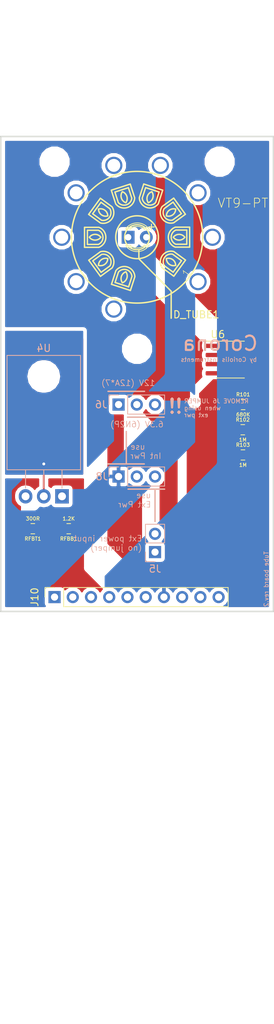
<source format=kicad_pcb>
(kicad_pcb (version 20171130) (host pcbnew "(5.0.2)-1")

  (general
    (thickness 1.6)
    (drawings 28)
    (tracks 4)
    (zones 0)
    (modules 17)
    (nets 20)
  )

  (page A4)
  (title_block
    (title Valve)
    (date 2018-01-22)
    (rev 1)
    (company "Coriolis Instruments")
    (comment 1 "Combined board with cutting lines.")
  )

  (layers
    (0 F.Cu signal)
    (31 B.Cu signal)
    (32 B.Adhes user hide)
    (33 F.Adhes user hide)
    (34 B.Paste user hide)
    (35 F.Paste user hide)
    (36 B.SilkS user)
    (37 F.SilkS user)
    (38 B.Mask user hide)
    (39 F.Mask user)
    (40 Dwgs.User user)
    (41 Cmts.User user hide)
    (42 Eco1.User user hide)
    (43 Eco2.User user hide)
    (44 Edge.Cuts user)
    (45 Margin user hide)
    (46 B.CrtYd user hide)
    (47 F.CrtYd user hide)
    (48 B.Fab user hide)
    (49 F.Fab user hide)
  )

  (setup
    (last_trace_width 0.25)
    (trace_clearance 0.2)
    (zone_clearance 0.508)
    (zone_45_only no)
    (trace_min 0.2)
    (segment_width 0.2)
    (edge_width 0.2)
    (via_size 0.8)
    (via_drill 0.4)
    (via_min_size 0.4)
    (via_min_drill 0.3)
    (uvia_size 0.3)
    (uvia_drill 0.1)
    (uvias_allowed no)
    (uvia_min_size 0.2)
    (uvia_min_drill 0.1)
    (pcb_text_width 0.3)
    (pcb_text_size 1.5 1.5)
    (mod_edge_width 0.15)
    (mod_text_size 1 1)
    (mod_text_width 0.15)
    (pad_size 3.2 3.2)
    (pad_drill 3.2)
    (pad_to_mask_clearance 0.2)
    (solder_mask_min_width 0.25)
    (aux_axis_origin 107.95 156.21)
    (visible_elements 7FFFFF7F)
    (pcbplotparams
      (layerselection 0x010fc_ffffffff)
      (usegerberextensions true)
      (usegerberattributes false)
      (usegerberadvancedattributes false)
      (creategerberjobfile false)
      (excludeedgelayer true)
      (linewidth 0.100000)
      (plotframeref false)
      (viasonmask false)
      (mode 1)
      (useauxorigin false)
      (hpglpennumber 1)
      (hpglpenspeed 20)
      (hpglpendiameter 15.000000)
      (psnegative false)
      (psa4output false)
      (plotreference true)
      (plotvalue true)
      (plotinvisibletext false)
      (padsonsilk false)
      (subtractmaskfromsilk false)
      (outputformat 1)
      (mirror false)
      (drillshape 0)
      (scaleselection 1)
      (outputdirectory "gerbers_tubeBoard/"))
  )

  (net 0 "")
  (net 1 "Net-(D_TUBE1-Pad2)")
  (net 2 "Net-(J5-Pad2)")
  (net 3 "Net-(D_TUBE1-Pad1)")
  (net 4 "Net-(J8-Pad2)")
  (net 5 "Net-(U6-Pad6)")
  (net 6 /tube.4.tb)
  (net 7 /-12V.tb)
  (net 8 /-6.3V.tb)
  (net 9 /gnd.tb)
  (net 10 /tube.1.tb)
  (net 11 /tube.2.tb)
  (net 12 /tube.3.tb)
  (net 13 /tube.6.tb)
  (net 14 /tube.7.tb)
  (net 15 /tube.8.tb)
  (net 16 /+12V.tb)
  (net 17 /audio.out.tb)
  (net 18 "Net-(R102-Pad2)")
  (net 19 "Net-(RFBB1-Pad2)")

  (net_class Default "Dit is de standaard class."
    (clearance 0.2)
    (trace_width 0.25)
    (via_dia 0.8)
    (via_drill 0.4)
    (uvia_dia 0.3)
    (uvia_drill 0.1)
    (add_net /+12V.tb)
    (add_net /-12V.tb)
    (add_net /-6.3V.tb)
    (add_net /audio.out.tb)
    (add_net /gnd.tb)
    (add_net /tube.1.tb)
    (add_net /tube.2.tb)
    (add_net /tube.3.tb)
    (add_net /tube.4.tb)
    (add_net /tube.6.tb)
    (add_net /tube.7.tb)
    (add_net /tube.8.tb)
    (add_net "Net-(D_TUBE1-Pad1)")
    (add_net "Net-(D_TUBE1-Pad2)")
    (add_net "Net-(J5-Pad2)")
    (add_net "Net-(J8-Pad2)")
    (add_net "Net-(R102-Pad2)")
    (add_net "Net-(RFBB1-Pad2)")
    (add_net "Net-(U6-Pad6)")
  )

  (module Package_SO:SOIC-8_3.9x4.9mm_P1.27mm (layer F.Cu) (tedit 5C97300E) (tstamp 5CA3DF6B)
    (at 32 31)
    (descr "SOIC, 8 Pin (JEDEC MS-012AA, https://www.analog.com/media/en/package-pcb-resources/package/pkg_pdf/soic_narrow-r/r_8.pdf), generated with kicad-footprint-generator ipc_gullwing_generator.py")
    (tags "SOIC SO")
    (path /5CA562CF)
    (attr smd)
    (fp_text reference U6 (at -1.75 -3.5) (layer F.SilkS)
      (effects (font (size 1 1) (thickness 0.15)))
    )
    (fp_text value TL072 (at 0 3.4) (layer F.Fab)
      (effects (font (size 1 1) (thickness 0.15)))
    )
    (fp_text user %R (at 0 0) (layer F.Fab)
      (effects (font (size 0.98 0.98) (thickness 0.15)))
    )
    (fp_line (start 3.7 -2.7) (end -3.7 -2.7) (layer F.CrtYd) (width 0.05))
    (fp_line (start 3.7 2.7) (end 3.7 -2.7) (layer F.CrtYd) (width 0.05))
    (fp_line (start -3.7 2.7) (end 3.7 2.7) (layer F.CrtYd) (width 0.05))
    (fp_line (start -3.7 -2.7) (end -3.7 2.7) (layer F.CrtYd) (width 0.05))
    (fp_line (start -1.95 -1.475) (end -0.975 -2.45) (layer F.Fab) (width 0.1))
    (fp_line (start -1.95 2.45) (end -1.95 -1.475) (layer F.Fab) (width 0.1))
    (fp_line (start 1.95 2.45) (end -1.95 2.45) (layer F.Fab) (width 0.1))
    (fp_line (start 1.95 -2.45) (end 1.95 2.45) (layer F.Fab) (width 0.1))
    (fp_line (start -0.975 -2.45) (end 1.95 -2.45) (layer F.Fab) (width 0.1))
    (fp_line (start 0 -2.56) (end -3.45 -2.56) (layer F.SilkS) (width 0.12))
    (fp_line (start 0 -2.56) (end 1.95 -2.56) (layer F.SilkS) (width 0.12))
    (fp_line (start 0 2.56) (end -1.95 2.56) (layer F.SilkS) (width 0.12))
    (fp_line (start 0 2.56) (end 1.95 2.56) (layer F.SilkS) (width 0.12))
    (pad 8 smd roundrect (at 2.475 -1.905) (size 1.95 0.6) (layers F.Cu F.Paste F.Mask) (roundrect_rratio 0.25)
      (net 16 /+12V.tb))
    (pad 7 smd roundrect (at 2.475 -0.635) (size 1.95 0.6) (layers F.Cu F.Paste F.Mask) (roundrect_rratio 0.25)
      (net 5 "Net-(U6-Pad6)"))
    (pad 6 smd roundrect (at 2.475 0.635) (size 1.95 0.6) (layers F.Cu F.Paste F.Mask) (roundrect_rratio 0.25)
      (net 5 "Net-(U6-Pad6)"))
    (pad 5 smd roundrect (at 2.475 1.905) (size 1.95 0.6) (layers F.Cu F.Paste F.Mask) (roundrect_rratio 0.25)
      (net 9 /gnd.tb))
    (pad 4 smd roundrect (at -2.475 1.905) (size 1.95 0.6) (layers F.Cu F.Paste F.Mask) (roundrect_rratio 0.25)
      (net 7 /-12V.tb))
    (pad 3 smd roundrect (at -2.475 0.635) (size 1.95 0.6) (layers F.Cu F.Paste F.Mask) (roundrect_rratio 0.25)
      (net 18 "Net-(R102-Pad2)"))
    (pad 2 smd roundrect (at -2.475 -0.635) (size 1.95 0.6) (layers F.Cu F.Paste F.Mask) (roundrect_rratio 0.25)
      (net 1 "Net-(D_TUBE1-Pad2)"))
    (pad 1 smd roundrect (at -2.475 -1.905) (size 1.95 0.6) (layers F.Cu F.Paste F.Mask) (roundrect_rratio 0.25)
      (net 3 "Net-(D_TUBE1-Pad1)"))
    (model ${KISYS3DMOD}/Package_SO.3dshapes/SOIC-8_3.9x4.9mm_P1.27mm.wrl
      (at (xyz 0 0 0))
      (scale (xyz 1 1 1))
      (rotate (xyz 0 0 0))
    )
  )

  (module Package_TO_SOT_THT:TO-220-3_Horizontal_TabDown (layer B.Cu) (tedit 5AC8BA0D) (tstamp 5CA23870)
    (at 8.54 50 180)
    (descr "TO-220-3, Horizontal, RM 2.54mm, see https://www.vishay.com/docs/66542/to-220-1.pdf")
    (tags "TO-220-3 Horizontal RM 2.54mm")
    (path /5CA5626F)
    (fp_text reference U4 (at 2.54 20.58 180) (layer B.SilkS)
      (effects (font (size 1 1) (thickness 0.15)) (justify mirror))
    )
    (fp_text value LM337_TO220 (at 2.54 -2 180) (layer B.Fab)
      (effects (font (size 1 1) (thickness 0.15)) (justify mirror))
    )
    (fp_text user %R (at 2.54 20.58 180) (layer B.Fab)
      (effects (font (size 1 1) (thickness 0.15)) (justify mirror))
    )
    (fp_line (start 7.79 19.71) (end -2.71 19.71) (layer B.CrtYd) (width 0.05))
    (fp_line (start 7.79 -1.25) (end 7.79 19.71) (layer B.CrtYd) (width 0.05))
    (fp_line (start -2.71 -1.25) (end 7.79 -1.25) (layer B.CrtYd) (width 0.05))
    (fp_line (start -2.71 19.71) (end -2.71 -1.25) (layer B.CrtYd) (width 0.05))
    (fp_line (start 5.08 3.69) (end 5.08 1.15) (layer B.SilkS) (width 0.12))
    (fp_line (start 2.54 3.69) (end 2.54 1.15) (layer B.SilkS) (width 0.12))
    (fp_line (start 0 3.69) (end 0 1.15) (layer B.SilkS) (width 0.12))
    (fp_line (start 7.66 19.58) (end 7.66 3.69) (layer B.SilkS) (width 0.12))
    (fp_line (start -2.58 19.58) (end -2.58 3.69) (layer B.SilkS) (width 0.12))
    (fp_line (start -2.58 19.58) (end 7.66 19.58) (layer B.SilkS) (width 0.12))
    (fp_line (start -2.58 3.69) (end 7.66 3.69) (layer B.SilkS) (width 0.12))
    (fp_line (start 5.08 3.81) (end 5.08 0) (layer B.Fab) (width 0.1))
    (fp_line (start 2.54 3.81) (end 2.54 0) (layer B.Fab) (width 0.1))
    (fp_line (start 0 3.81) (end 0 0) (layer B.Fab) (width 0.1))
    (fp_line (start 7.54 3.81) (end -2.46 3.81) (layer B.Fab) (width 0.1))
    (fp_line (start 7.54 13.06) (end 7.54 3.81) (layer B.Fab) (width 0.1))
    (fp_line (start -2.46 13.06) (end 7.54 13.06) (layer B.Fab) (width 0.1))
    (fp_line (start -2.46 3.81) (end -2.46 13.06) (layer B.Fab) (width 0.1))
    (fp_line (start 7.54 13.06) (end -2.46 13.06) (layer B.Fab) (width 0.1))
    (fp_line (start 7.54 19.46) (end 7.54 13.06) (layer B.Fab) (width 0.1))
    (fp_line (start -2.46 19.46) (end 7.54 19.46) (layer B.Fab) (width 0.1))
    (fp_line (start -2.46 13.06) (end -2.46 19.46) (layer B.Fab) (width 0.1))
    (fp_circle (center 2.54 16.66) (end 4.39 16.66) (layer B.Fab) (width 0.1))
    (pad 3 thru_hole oval (at 5.08 0 180) (size 1.905 2) (drill 1.1) (layers *.Cu *.Mask)
      (net 8 /-6.3V.tb))
    (pad 2 thru_hole oval (at 2.54 0 180) (size 1.905 2) (drill 1.1) (layers *.Cu *.Mask)
      (net 7 /-12V.tb))
    (pad 1 thru_hole rect (at 0 0 180) (size 1.905 2) (drill 1.1) (layers *.Cu *.Mask)
      (net 19 "Net-(RFBB1-Pad2)"))
    (pad "" np_thru_hole oval (at 2.54 16.66 180) (size 3.5 3.5) (drill 3.5) (layers *.Cu *.Mask))
    (model ${KISYS3DMOD}/Package_TO_SOT_THT.3dshapes/TO-220-3_Horizontal_TabDown.wrl
      (at (xyz 0 0 0))
      (scale (xyz 1 1 1))
      (rotate (xyz 0 0 0))
    )
  )

  (module Coriolis-KiCad:belton-engineering-VT9-PT (layer F.Cu) (tedit 5A9C1823) (tstamp 5A68B013)
    (at 19 14 270)
    (descr "VACUUM TUBE SOCKET")
    (tags "VACUUM TUBE SOCKET")
    (path /5CA5625A)
    (attr virtual)
    (fp_text reference SX1 (at 12.7 -11.43 270) (layer F.SilkS) hide
      (effects (font (size 1.27 1.27) (thickness 0.1016)))
    )
    (fp_text value VT9-PT (at -4.75 -14.75) (layer F.SilkS)
      (effects (font (size 1.27 1.27) (thickness 0.1016)))
    )
    (fp_line (start -1.39954 -7.32282) (end 1.37414 -7.32282) (layer F.SilkS) (width 0.2032))
    (fp_line (start 1.37414 -7.32282) (end 1.37414 -5.32384) (layer F.SilkS) (width 0.2032))
    (fp_line (start -1.39954 -7.32282) (end -1.39954 -5.32384) (layer F.SilkS) (width 0.2032))
    (fp_line (start -0.99822 -6.92404) (end -0.99822 -5.3975) (layer F.SilkS) (width 0.2032))
    (fp_line (start 0.97282 -5.3975) (end 0.97282 -6.92404) (layer F.SilkS) (width 0.2032))
    (fp_line (start 0.97282 -6.92404) (end -0.99822 -6.92404) (layer F.SilkS) (width 0.2032))
    (fp_line (start -9.14908 -6.69798) (end -9.14908 1.524) (layer Dwgs.User) (width 0.2032))
    (fp_line (start -9.14908 1.524) (end -9.14908 6.67258) (layer Dwgs.User) (width 0.2032))
    (fp_line (start 9.14908 6.69798) (end 9.14908 4.39928) (layer Dwgs.User) (width 0.2032))
    (fp_line (start 9.14908 4.39928) (end 9.14908 1.524) (layer Dwgs.User) (width 0.2032))
    (fp_line (start 9.14908 1.524) (end 9.14908 -6.67258) (layer Dwgs.User) (width 0.2032))
    (fp_line (start 3.17246 -6.74878) (end 5.41782 -5.11556) (layer F.SilkS) (width 0.2032))
    (fp_line (start 5.41782 -5.11556) (end 4.2418 -3.49758) (layer F.SilkS) (width 0.2032))
    (fp_line (start 3.17246 -6.74878) (end 1.99644 -5.1308) (layer F.SilkS) (width 0.2032))
    (fp_line (start 3.25882 -6.18998) (end 2.36474 -4.95554) (layer F.SilkS) (width 0.2032))
    (fp_line (start 3.9624 -3.79476) (end 4.85902 -5.0292) (layer F.SilkS) (width 0.2032))
    (fp_line (start 4.85902 -5.0292) (end 3.25882 -6.18998) (layer F.SilkS) (width 0.2032))
    (fp_line (start -5.4356 -5.10286) (end -3.19278 -6.73354) (layer F.SilkS) (width 0.2032))
    (fp_line (start -3.19278 -6.73354) (end -2.01676 -5.11556) (layer F.SilkS) (width 0.2032))
    (fp_line (start -5.4356 -5.10286) (end -4.26212 -3.48488) (layer F.SilkS) (width 0.2032))
    (fp_line (start -4.87934 -5.01396) (end -3.98272 -3.77952) (layer F.SilkS) (width 0.2032))
    (fp_line (start -2.38506 -4.9403) (end -3.27914 -6.17474) (layer F.SilkS) (width 0.2032))
    (fp_line (start -3.27914 -6.17474) (end -4.87934 -5.01396) (layer F.SilkS) (width 0.2032))
    (fp_line (start -7.39902 -0.92964) (end -6.5405 -3.5687) (layer F.SilkS) (width 0.2032))
    (fp_line (start -6.5405 -3.5687) (end -4.63804 -2.95148) (layer F.SilkS) (width 0.2032))
    (fp_line (start -7.39902 -0.92964) (end -5.49656 -0.31242) (layer F.SilkS) (width 0.2032))
    (fp_line (start -6.89356 -1.18872) (end -5.44322 -0.71628) (layer F.SilkS) (width 0.2032))
    (fp_line (start -4.83362 -2.59588) (end -6.28396 -3.06578) (layer F.SilkS) (width 0.2032))
    (fp_line (start -6.28396 -3.06578) (end -6.89356 -1.18872) (layer F.SilkS) (width 0.2032))
    (fp_line (start -6.53288 3.5941) (end -7.38886 0.95504) (layer F.SilkS) (width 0.2032))
    (fp_line (start -7.38886 0.95504) (end -5.48894 0.33528) (layer F.SilkS) (width 0.2032))
    (fp_line (start -6.53288 3.5941) (end -4.63042 2.97688) (layer F.SilkS) (width 0.2032))
    (fp_line (start -6.27634 3.08864) (end -4.826 2.61874) (layer F.SilkS) (width 0.2032))
    (fp_line (start -5.4356 0.73914) (end -6.88594 1.21158) (layer F.SilkS) (width 0.2032))
    (fp_line (start -6.88594 1.21158) (end -6.27634 3.08864) (layer F.SilkS) (width 0.2032))
    (fp_line (start -3.17246 6.74878) (end -5.41528 5.11556) (layer F.SilkS) (width 0.2032))
    (fp_line (start -5.41528 5.11556) (end -4.2418 3.49758) (layer F.SilkS) (width 0.2032))
    (fp_line (start -3.17246 6.74878) (end -1.99644 5.1308) (layer F.SilkS) (width 0.2032))
    (fp_line (start -3.25882 6.18998) (end -2.36474 4.95554) (layer F.SilkS) (width 0.2032))
    (fp_line (start -3.9624 3.79476) (end -4.85902 5.0292) (layer F.SilkS) (width 0.2032))
    (fp_line (start -4.85902 5.0292) (end -3.25882 6.18998) (layer F.SilkS) (width 0.2032))
    (fp_line (start 1.39954 7.32282) (end -1.37414 7.32282) (layer F.SilkS) (width 0.2032))
    (fp_line (start -1.37414 7.32282) (end -1.37414 5.32384) (layer F.SilkS) (width 0.2032))
    (fp_line (start 1.39954 7.32282) (end 1.39954 5.32384) (layer F.SilkS) (width 0.2032))
    (fp_line (start 0.99822 6.92404) (end 0.99822 5.3975) (layer F.SilkS) (width 0.2032))
    (fp_line (start -0.97282 5.3975) (end -0.97282 6.92404) (layer F.SilkS) (width 0.2032))
    (fp_line (start -0.97282 6.92404) (end 0.99822 6.92404) (layer F.SilkS) (width 0.2032))
    (fp_line (start 5.4356 5.10286) (end 3.19278 6.73354) (layer F.SilkS) (width 0.2032))
    (fp_line (start 3.19278 6.73354) (end 2.01676 5.11556) (layer F.SilkS) (width 0.2032))
    (fp_line (start 5.4356 5.10286) (end 4.26212 3.48488) (layer F.SilkS) (width 0.2032))
    (fp_line (start 4.8768 5.01396) (end 3.98272 3.77952) (layer F.SilkS) (width 0.2032))
    (fp_line (start 2.38506 4.9403) (end 3.27914 6.17474) (layer F.SilkS) (width 0.2032))
    (fp_line (start 3.27914 6.17474) (end 4.8768 5.01396) (layer F.SilkS) (width 0.2032))
    (fp_line (start 7.39648 0.92964) (end 6.5405 3.5687) (layer F.SilkS) (width 0.2032))
    (fp_line (start 6.5405 3.5687) (end 4.63804 2.95148) (layer F.SilkS) (width 0.2032))
    (fp_line (start 7.39648 0.92964) (end 5.49656 0.31242) (layer F.SilkS) (width 0.2032))
    (fp_line (start 6.89356 1.18618) (end 5.44322 0.71628) (layer F.SilkS) (width 0.2032))
    (fp_line (start 4.83362 2.59334) (end 6.28396 3.06578) (layer F.SilkS) (width 0.2032))
    (fp_line (start 6.28396 3.06578) (end 6.89356 1.18618) (layer F.SilkS) (width 0.2032))
    (fp_line (start -9.24814 -1.524) (end -10.2235 -1.87452) (layer Dwgs.User) (width 0.2032))
    (fp_line (start -10.2235 -1.87452) (end -9.398 -4.47294) (layer Dwgs.User) (width 0.2032))
    (fp_line (start -9.398 -4.47294) (end -9.17448 -4.39928) (layer Dwgs.User) (width 0.2032))
    (fp_line (start -9.14908 1.524) (end -10.2235 1.87452) (layer Dwgs.User) (width 0.2032))
    (fp_line (start -10.2235 1.87452) (end -9.34974 4.49834) (layer Dwgs.User) (width 0.2032))
    (fp_line (start -9.34974 4.49834) (end -9.19988 4.42468) (layer Dwgs.User) (width 0.2032))
    (fp_line (start 9.14908 1.524) (end 10.1727 1.87452) (layer Dwgs.User) (width 0.2032))
    (fp_line (start 10.1727 1.87452) (end 9.3726 4.49834) (layer Dwgs.User) (width 0.2032))
    (fp_line (start 9.3726 4.49834) (end 9.14908 4.39928) (layer Dwgs.User) (width 0.2032))
    (fp_circle (center 0 0) (end 0 -9.14908) (layer F.SilkS) (width 0.2032))
    (fp_circle (center 0 0) (end 0 -1.73482) (layer F.SilkS) (width 0.2032))
    (fp_circle (center 0 0) (end 0 -2.97942) (layer F.SilkS) (width 0.2032))
    (fp_arc (start -0.01016 -0.01016) (end -9.14908 -6.69798) (angle 107.6) (layer Dwgs.User) (width 0.2032))
    (fp_arc (start -0.01016 -0.02286) (end -9.14908 -5.87248) (angle 114.7) (layer Dwgs.User) (width 0.2032))
    (fp_arc (start -0.01016 -5.82422) (end 1.37414 -5.32384) (angle 140.3) (layer F.SilkS) (width 0.2032))
    (fp_arc (start -0.01016 -5.82422) (end 0.97282 -5.3975) (angle 133.4) (layer F.SilkS) (width 0.2032))
    (fp_arc (start 0.5969 -5.84962) (end 0 -5.04952) (angle 106.3) (layer F.SilkS) (width 0.2032))
    (fp_arc (start -0.5969 -5.84962) (end 0 -6.64972) (angle 106.3) (layer F.SilkS) (width 0.2032))
    (fp_arc (start 0.01016 0.01016) (end 9.14908 6.69798) (angle 107.6) (layer Dwgs.User) (width 0.2032))
    (fp_arc (start 0.01016 0.02286) (end 9.14908 5.87248) (angle 114.7) (layer Dwgs.User) (width 0.2032))
    (fp_arc (start 3.41122 -4.71932) (end 4.2418 -3.49758) (angle 140.3) (layer F.SilkS) (width 0.2032))
    (fp_arc (start 3.41122 -4.71932) (end 3.9624 -3.79476) (angle 133.4) (layer F.SilkS) (width 0.2032))
    (fp_arc (start 3.92176 -4.37896) (end 2.96672 -4.08432) (angle 106.3) (layer F.SilkS) (width 0.2032))
    (fp_arc (start 2.95148 -5.08254) (end 3.90652 -5.37972) (angle 106.3) (layer F.SilkS) (width 0.2032))
    (fp_arc (start -3.43154 -4.70408) (end -2.01676 -5.11556) (angle 140.3) (layer F.SilkS) (width 0.2032))
    (fp_arc (start -3.43154 -4.70408) (end -2.38506 -4.9403) (angle 133.4) (layer F.SilkS) (width 0.2032))
    (fp_arc (start -2.95148 -5.08254) (end -2.96672 -4.08432) (angle 106.3) (layer F.SilkS) (width 0.2032))
    (fp_arc (start -3.92176 -4.37896) (end -3.90652 -5.37972) (angle 106.3) (layer F.SilkS) (width 0.2032))
    (fp_arc (start -5.54228 -1.78562) (end -4.63804 -2.95148) (angle 140.3) (layer F.SilkS) (width 0.2032))
    (fp_arc (start -5.54228 -1.78562) (end -4.83362 -2.59588) (angle 133.4) (layer F.SilkS) (width 0.2032))
    (fp_arc (start -5.37718 -2.37744) (end -4.8006 -1.55956) (angle 106.3) (layer F.SilkS) (width 0.2032))
    (fp_arc (start -5.74802 -1.23698) (end -6.32206 -2.05486) (angle 106.3) (layer F.SilkS) (width 0.2032))
    (fp_arc (start -5.53466 1.81102) (end -5.48894 0.33528) (angle 140.3) (layer F.SilkS) (width 0.2032))
    (fp_arc (start -5.53466 1.81102) (end -5.4356 0.73914) (angle 133.4) (layer F.SilkS) (width 0.2032))
    (fp_arc (start -5.74802 1.23698) (end -4.8006 1.55956) (angle 106.3) (layer F.SilkS) (width 0.2032))
    (fp_arc (start -5.37718 2.37744) (end -6.32206 2.05486) (angle 106.3) (layer F.SilkS) (width 0.2032))
    (fp_arc (start -3.41122 4.71932) (end -4.2418 3.49758) (angle 140.3) (layer F.SilkS) (width 0.2032))
    (fp_arc (start -3.41122 4.71932) (end -3.9624 3.79476) (angle 133.4) (layer F.SilkS) (width 0.2032))
    (fp_arc (start -3.92176 4.37896) (end -2.96672 4.08432) (angle 106.3) (layer F.SilkS) (width 0.2032))
    (fp_arc (start -2.95148 5.08254) (end -3.90652 5.37972) (angle 106.3) (layer F.SilkS) (width 0.2032))
    (fp_arc (start 0.01016 5.82422) (end -1.37414 5.32384) (angle 140.3) (layer F.SilkS) (width 0.2032))
    (fp_arc (start 0.01016 5.82422) (end -0.97282 5.3975) (angle 133.4) (layer F.SilkS) (width 0.2032))
    (fp_arc (start -0.5969 5.84962) (end 0 5.04952) (angle 106.3) (layer F.SilkS) (width 0.2032))
    (fp_arc (start 0.5969 5.84962) (end 0 6.64972) (angle 106.3) (layer F.SilkS) (width 0.2032))
    (fp_arc (start 3.43154 4.70408) (end 2.01676 5.11556) (angle 140.3) (layer F.SilkS) (width 0.2032))
    (fp_arc (start 3.43154 4.70408) (end 2.38506 4.9403) (angle 133.4) (layer F.SilkS) (width 0.2032))
    (fp_arc (start 2.95148 5.08254) (end 2.96672 4.08432) (angle 106.3) (layer F.SilkS) (width 0.2032))
    (fp_arc (start 3.92176 4.37896) (end 3.90652 5.37972) (angle 106.3) (layer F.SilkS) (width 0.2032))
    (fp_arc (start 5.54228 1.78562) (end 4.63804 2.95148) (angle 140.4) (layer F.SilkS) (width 0.2032))
    (fp_arc (start 5.54228 1.78562) (end 4.83362 2.59334) (angle 133.4) (layer F.SilkS) (width 0.2032))
    (fp_arc (start 5.37718 2.37744) (end 4.8006 1.55956) (angle 106.3) (layer F.SilkS) (width 0.2032))
    (fp_arc (start 5.74802 1.23698) (end 6.32206 2.05232) (angle 106.3) (layer F.SilkS) (width 0.2032))
    (fp_text user 1 (at 4.953 -6.858 234) (layer F.SilkS)
      (effects (font (size 1.016 1.016) (thickness 0.0762)))
    )
    (pad 1 thru_hole circle (at 6.16966 -8.49376 270) (size 2.39776 2.39776) (drill 1.79832) (layers *.Cu *.Paste *.Mask)
      (net 10 /tube.1.tb))
    (pad 2 thru_hole circle (at 0 -10.49782 270) (size 2.39776 2.39776) (drill 1.79832) (layers *.Cu *.Paste *.Mask)
      (net 11 /tube.2.tb))
    (pad 3 thru_hole circle (at -6.16966 -8.49376 270) (size 2.39776 2.39776) (drill 1.79832) (layers *.Cu *.Paste *.Mask)
      (net 12 /tube.3.tb))
    (pad 4 thru_hole circle (at -9.98474 -3.24358 270) (size 2.39776 2.39776) (drill 1.79832) (layers *.Cu *.Paste *.Mask)
      (net 6 /tube.4.tb))
    (pad 5 thru_hole circle (at -9.98474 3.24358 270) (size 2.39776 2.39776) (drill 1.79832) (layers *.Cu *.Paste *.Mask)
      (net 4 "Net-(J8-Pad2)"))
    (pad 6 thru_hole circle (at -6.16966 8.49376 270) (size 2.39776 2.39776) (drill 1.79832) (layers *.Cu *.Paste *.Mask)
      (net 13 /tube.6.tb))
    (pad 7 thru_hole circle (at 0 10.49782 270) (size 2.39776 2.39776) (drill 1.79832) (layers *.Cu *.Paste *.Mask)
      (net 14 /tube.7.tb))
    (pad 8 thru_hole circle (at 6.16966 8.49376 270) (size 2.39776 2.39776) (drill 1.79832) (layers *.Cu *.Paste *.Mask)
      (net 15 /tube.8.tb))
    (pad 9 thru_hole circle (at 9.98474 3.24358 270) (size 2.39776 2.39776) (drill 1.79832) (layers *.Cu *.Paste *.Mask))
  )

  (module Connector_PinHeader_2.54mm:PinHeader_1x02_P2.54mm_Vertical (layer B.Cu) (tedit 59FED5CC) (tstamp 5BF602F5)
    (at 21.5 57.75)
    (descr "Through hole straight pin header, 1x02, 2.54mm pitch, single row")
    (tags "Through hole pin header THT 1x02 2.54mm single row")
    (path /5CA562A5)
    (fp_text reference J5 (at 0 2.33) (layer B.SilkS)
      (effects (font (size 1 1) (thickness 0.15)) (justify mirror))
    )
    (fp_text value Conn_01x02_Male (at 0 -4.87) (layer B.Fab)
      (effects (font (size 1 1) (thickness 0.15)) (justify mirror))
    )
    (fp_line (start -0.635 1.27) (end 1.27 1.27) (layer B.Fab) (width 0.1))
    (fp_line (start 1.27 1.27) (end 1.27 -3.81) (layer B.Fab) (width 0.1))
    (fp_line (start 1.27 -3.81) (end -1.27 -3.81) (layer B.Fab) (width 0.1))
    (fp_line (start -1.27 -3.81) (end -1.27 0.635) (layer B.Fab) (width 0.1))
    (fp_line (start -1.27 0.635) (end -0.635 1.27) (layer B.Fab) (width 0.1))
    (fp_line (start -1.33 -3.87) (end 1.33 -3.87) (layer B.SilkS) (width 0.12))
    (fp_line (start -1.33 -1.27) (end -1.33 -3.87) (layer B.SilkS) (width 0.12))
    (fp_line (start 1.33 -1.27) (end 1.33 -3.87) (layer B.SilkS) (width 0.12))
    (fp_line (start -1.33 -1.27) (end 1.33 -1.27) (layer B.SilkS) (width 0.12))
    (fp_line (start -1.33 0) (end -1.33 1.33) (layer B.SilkS) (width 0.12))
    (fp_line (start -1.33 1.33) (end 0 1.33) (layer B.SilkS) (width 0.12))
    (fp_line (start -1.8 1.8) (end -1.8 -4.35) (layer B.CrtYd) (width 0.05))
    (fp_line (start -1.8 -4.35) (end 1.8 -4.35) (layer B.CrtYd) (width 0.05))
    (fp_line (start 1.8 -4.35) (end 1.8 1.8) (layer B.CrtYd) (width 0.05))
    (fp_line (start 1.8 1.8) (end -1.8 1.8) (layer B.CrtYd) (width 0.05))
    (fp_text user %R (at 0 -1.27 -90) (layer B.Fab)
      (effects (font (size 1 1) (thickness 0.15)) (justify mirror))
    )
    (pad 1 thru_hole rect (at 0 0) (size 1.7 1.7) (drill 1) (layers *.Cu *.Mask)
      (net 6 /tube.4.tb))
    (pad 2 thru_hole oval (at 0 -2.54) (size 1.7 1.7) (drill 1) (layers *.Cu *.Mask)
      (net 2 "Net-(J5-Pad2)"))
    (model ${KISYS3DMOD}/Connector_PinHeader_2.54mm.3dshapes/PinHeader_1x02_P2.54mm_Vertical.wrl
      (at (xyz 0 0 0))
      (scale (xyz 1 1 1))
      (rotate (xyz 0 0 0))
    )
  )

  (module Coriolis-KiCad:art_Coriolis_logo_copper (layer B.Cu) (tedit 5B7F0CCE) (tstamp 5BEAF24A)
    (at 19 14.5 180)
    (path /5A65C09D/5BEAFAE5)
    (fp_text reference MK5 (at -0.015876 0.613882 180) (layer B.SilkS) hide
      (effects (font (size 1.524 1.524) (thickness 0.3)) (justify mirror))
    )
    (fp_text value CoriolisLogo (at -0.015876 0.613882 180) (layer B.SilkS) hide
      (effects (font (size 1.524 1.524) (thickness 0.3)) (justify mirror))
    )
    (fp_poly (pts (xy -0.010584 0.493162) (xy -0.015875 0.48787) (xy -0.021167 0.493162) (xy -0.015875 0.498453)
      (xy -0.010584 0.493162)) (layer B.Mask) (width 0.01))
    (fp_poly (pts (xy -0.304666 8.13485) (xy -0.274468 8.122128) (xy -0.229895 8.102262) (xy -0.173261 8.076345)
      (xy -0.106877 8.045469) (xy -0.033056 8.010729) (xy 0.045891 7.973218) (xy 0.12765 7.934029)
      (xy 0.209909 7.894255) (xy 0.290357 7.85499) (xy 0.36668 7.817327) (xy 0.433361 7.783977)
      (xy 0.784478 7.603518) (xy 1.132986 7.417648) (xy 1.477287 7.227367) (xy 1.815786 7.033671)
      (xy 2.146887 6.837562) (xy 2.468993 6.640035) (xy 2.780509 6.442092) (xy 3.079837 6.244729)
      (xy 3.365383 6.048946) (xy 3.635549 5.855741) (xy 3.88874 5.666114) (xy 4.123359 5.481061)
      (xy 4.153403 5.456583) (xy 4.284758 5.346914) (xy 4.418308 5.231254) (xy 4.551297 5.112194)
      (xy 4.68097 4.992324) (xy 4.804573 4.874234) (xy 4.919351 4.760514) (xy 5.02255 4.653756)
      (xy 5.111414 4.556548) (xy 5.115785 4.551583) (xy 5.286924 4.346425) (xy 5.438544 4.142966)
      (xy 5.570528 3.941506) (xy 5.682759 3.742349) (xy 5.775121 3.545795) (xy 5.847496 3.352145)
      (xy 5.899767 3.161703) (xy 5.931818 2.974768) (xy 5.943531 2.791644) (xy 5.93479 2.612631)
      (xy 5.916073 2.488041) (xy 5.87271 2.319868) (xy 5.808744 2.156133) (xy 5.724298 1.996974)
      (xy 5.619497 1.84253) (xy 5.494461 1.692937) (xy 5.349316 1.548334) (xy 5.184183 1.40886)
      (xy 4.999186 1.274651) (xy 4.794447 1.145845) (xy 4.644502 1.061679) (xy 4.434096 0.956175)
      (xy 4.203189 0.854425) (xy 3.952126 0.756516) (xy 3.681252 0.662535) (xy 3.390912 0.572571)
      (xy 3.081453 0.486711) (xy 2.75322 0.405043) (xy 2.406557 0.327653) (xy 2.04181 0.254631)
      (xy 1.659325 0.186064) (xy 1.259447 0.122038) (xy 0.842522 0.062642) (xy 0.56774 0.027203)
      (xy 0.488179 0.01733) (xy 0.413366 0.008019) (xy 0.346497 -0.000327) (xy 0.290767 -0.007312)
      (xy 0.24937 -0.012534) (xy 0.225502 -0.015593) (xy 0.22434 -0.015747) (xy 0.179361 -0.021714)
      (xy 0.179332 -0.177169) (xy 0.179017 -0.241988) (xy 0.178113 -0.323867) (xy 0.176646 -0.421897)
      (xy 0.174644 -0.535165) (xy 0.172134 -0.66276) (xy 0.169144 -0.803769) (xy 0.165701 -0.957283)
      (xy 0.161832 -1.122388) (xy 0.157565 -1.298174) (xy 0.152927 -1.483728) (xy 0.147945 -1.678139)
      (xy 0.142647 -1.880496) (xy 0.13706 -2.089887) (xy 0.131212 -2.3054) (xy 0.125129 -2.526124)
      (xy 0.11884 -2.751147) (xy 0.112371 -2.979558) (xy 0.10575 -3.210444) (xy 0.099005 -3.442895)
      (xy 0.092162 -3.675999) (xy 0.085249 -3.908844) (xy 0.078293 -4.140519) (xy 0.071322 -4.370111)
      (xy 0.064363 -4.59671) (xy 0.057443 -4.819403) (xy 0.05059 -5.03728) (xy 0.043832 -5.249429)
      (xy 0.037195 -5.454937) (xy 0.030706 -5.652894) (xy 0.024394 -5.842387) (xy 0.018285 -6.022506)
      (xy 0.012408 -6.192339) (xy 0.006788 -6.350973) (xy 0.001455 -6.497498) (xy -0.003566 -6.631001)
      (xy -0.008246 -6.750572) (xy -0.012559 -6.855299) (xy -0.016477 -6.944269) (xy -0.019972 -7.016572)
      (xy -0.023017 -7.071296) (xy -0.025586 -7.107529) (xy -0.027649 -7.12436) (xy -0.029088 -7.121834)
      (xy -0.030232 -7.103654) (xy -0.031995 -7.065636) (xy -0.034336 -7.009098) (xy -0.037207 -6.935359)
      (xy -0.040566 -6.845735) (xy -0.044368 -6.741547) (xy -0.048569 -6.62411) (xy -0.053123 -6.494745)
      (xy -0.057986 -6.354768) (xy -0.063114 -6.205498) (xy -0.068463 -6.048254) (xy -0.073988 -5.884352)
      (xy -0.079644 -5.715112) (xy -0.085387 -5.541852) (xy -0.091172 -5.365889) (xy -0.096956 -5.188542)
      (xy -0.102693 -5.011129) (xy -0.108339 -4.834968) (xy -0.11385 -4.661377) (xy -0.119181 -4.491674)
      (xy -0.124288 -4.327177) (xy -0.129126 -4.169206) (xy -0.132645 -4.052667) (xy -0.138704 -3.847706)
      (xy -0.145123 -3.625122) (xy -0.151807 -3.388451) (xy -0.158662 -3.141231) (xy -0.165593 -2.887001)
      (xy -0.172506 -2.629297) (xy -0.179306 -2.371658) (xy -0.1859 -2.117622) (xy -0.192192 -1.870725)
      (xy -0.198089 -1.634507) (xy -0.203495 -1.412503) (xy -0.206522 -1.285125) (xy -0.209514 -1.158214)
      (xy -0.212556 -1.029759) (xy -0.215578 -0.902673) (xy -0.218511 -0.779871) (xy -0.221285 -0.66427)
      (xy -0.223829 -0.558783) (xy -0.226074 -0.466326) (xy -0.22795 -0.389814) (xy -0.229125 -0.342591)
      (xy -0.23605 -0.066807) (xy -0.263824 -0.070071) (xy -0.569636 -0.106916) (xy -0.856049 -0.143339)
      (xy -1.12482 -0.179623) (xy -1.377706 -0.216055) (xy -1.616462 -0.252918) (xy -1.842845 -0.290498)
      (xy -2.058611 -0.329079) (xy -2.265517 -0.368947) (xy -2.465319 -0.410386) (xy -2.659772 -0.453682)
      (xy -2.731056 -0.470309) (xy -2.982 -0.532455) (xy -3.226942 -0.598827) (xy -3.464207 -0.668818)
      (xy -3.692122 -0.74182) (xy -3.90901 -0.817225) (xy -4.113198 -0.894426) (xy -4.303011 -0.972815)
      (xy -4.476774 -1.051783) (xy -4.632813 -1.130725) (xy -4.769454 -1.20903) (xy -4.773639 -1.211613)
      (xy -4.902448 -1.297714) (xy -5.024855 -1.392069) (xy -5.137397 -1.49159) (xy -5.236614 -1.593189)
      (xy -5.319044 -1.693779) (xy -5.32809 -1.70626) (xy -5.372279 -1.775968) (xy -5.415786 -1.858435)
      (xy -5.454758 -1.945495) (xy -5.485342 -2.02898) (xy -5.493865 -2.057709) (xy -5.507487 -2.123668)
      (xy -5.51724 -2.204024) (xy -5.522923 -2.292325) (xy -5.524332 -2.382119) (xy -5.521262 -2.466956)
      (xy -5.513512 -2.540384) (xy -5.509751 -2.561721) (xy -5.472178 -2.709434) (xy -5.417808 -2.860567)
      (xy -5.346278 -3.015686) (xy -5.257224 -3.175356) (xy -5.150285 -3.34014) (xy -5.025095 -3.510603)
      (xy -4.881294 -3.68731) (xy -4.718517 -3.870825) (xy -4.562001 -4.035625) (xy -4.330777 -4.263946)
      (xy -4.084546 -4.490854) (xy -3.822674 -4.716812) (xy -3.544532 -4.942283) (xy -3.24949 -5.167731)
      (xy -2.936915 -5.393617) (xy -2.606178 -5.620405) (xy -2.256647 -5.848557) (xy -1.887692 -6.078538)
      (xy -1.498682 -6.310809) (xy -1.323472 -6.412432) (xy -1.142368 -6.516601) (xy -0.978777 -6.610727)
      (xy -0.831856 -6.695303) (xy -0.700759 -6.770823) (xy -0.584644 -6.837778) (xy -0.482664 -6.896661)
      (xy -0.393976 -6.947965) (xy -0.317735 -6.992183) (xy -0.253097 -7.029807) (xy -0.199217 -7.06133)
      (xy -0.15525 -7.087244) (xy -0.120351 -7.108043) (xy -0.093678 -7.124219) (xy -0.074384 -7.136264)
      (xy -0.061626 -7.144672) (xy -0.054558 -7.149935) (xy -0.052337 -7.152545) (xy -0.054002 -7.15301)
      (xy -0.06441 -7.148442) (xy -0.091366 -7.135847) (xy -0.132365 -7.116415) (xy -0.184903 -7.091339)
      (xy -0.246473 -7.061812) (xy -0.314573 -7.029025) (xy -0.318056 -7.027345) (xy -0.543916 -6.918316)
      (xy -0.751866 -6.817769) (xy -0.943105 -6.725083) (xy -1.118832 -6.63964) (xy -1.280246 -6.560819)
      (xy -1.428548 -6.488) (xy -1.564935 -6.420564) (xy -1.690608 -6.357889) (xy -1.806766 -6.299357)
      (xy -1.914608 -6.244348) (xy -2.015333 -6.192241) (xy -2.110141 -6.142417) (xy -2.200232 -6.094255)
      (xy -2.286803 -6.047136) (xy -2.371056 -6.00044) (xy -2.454188 -5.953546) (xy -2.5374 -5.905835)
      (xy -2.621891 -5.856688) (xy -2.708859 -5.805483) (xy -2.799505 -5.751602) (xy -2.884514 -5.700732)
      (xy -3.245452 -5.477522) (xy -3.586665 -5.252646) (xy -3.909583 -5.025081) (xy -4.215638 -4.7938)
      (xy -4.506262 -4.55778) (xy -4.632733 -4.449453) (xy -4.697129 -4.391974) (xy -4.769966 -4.324578)
      (xy -4.848628 -4.249878) (xy -4.9305 -4.170488) (xy -5.012965 -4.089019) (xy -5.093409 -4.008086)
      (xy -5.169216 -3.930301) (xy -5.237769 -3.858277) (xy -5.296453 -3.794627) (xy -5.342653 -3.741964)
      (xy -5.351196 -3.731732) (xy -5.497764 -3.543286) (xy -5.625849 -3.355954) (xy -5.735044 -3.170496)
      (xy -5.824944 -2.987671) (xy -5.895144 -2.808238) (xy -5.945238 -2.632956) (xy -5.950355 -2.610036)
      (xy -5.963184 -2.530864) (xy -5.971494 -2.437314) (xy -5.975283 -2.335583) (xy -5.974549 -2.231869)
      (xy -5.969288 -2.132372) (xy -5.959498 -2.043289) (xy -5.950622 -1.993524) (xy -5.919331 -1.867068)
      (xy -5.88184 -1.752277) (xy -5.835027 -1.639874) (xy -5.822528 -1.613209) (xy -5.779078 -1.527515)
      (xy -5.733591 -1.449518) (xy -5.683285 -1.375544) (xy -5.625379 -1.301921) (xy -5.557092 -1.224975)
      (xy -5.475643 -1.141034) (xy -5.433666 -1.099718) (xy -5.314949 -0.990306) (xy -5.189397 -0.886897)
      (xy -5.055613 -0.788777) (xy -4.912201 -0.695229) (xy -4.757764 -0.60554) (xy -4.590905 -0.518993)
      (xy -4.410229 -0.434875) (xy -4.214339 -0.35247) (xy -4.001839 -0.271063) (xy -3.771332 -0.189939)
      (xy -3.521421 -0.108383) (xy -3.460092 -0.089192) (xy -3.175056 -0.004441) (xy -2.883406 0.074673)
      (xy -2.583336 0.148514) (xy -2.273037 0.217443) (xy -1.950701 0.281823) (xy -1.614522 0.342015)
      (xy -1.26269 0.398382) (xy -0.893399 0.451285) (xy -0.524431 0.498704) (xy -0.450761 0.507735)
      (xy -0.384414 0.515957) (xy -0.32816 0.523021) (xy -0.284769 0.528575) (xy -0.25701 0.53227)
      (xy -0.247646 0.533734) (xy -0.247509 0.544272) (xy -0.247782 0.573777) (xy -0.248429 0.620053)
      (xy -0.249414 0.680906) (xy -0.249658 0.69486) (xy 0.201723 0.69486) (xy 0.20246 0.639141)
      (xy 0.203979 0.601865) (xy 0.206269 0.584182) (xy 0.207275 0.582833) (xy 0.220019 0.584133)
      (xy 0.250959 0.5878) (xy 0.297303 0.59349) (xy 0.356254 0.600853) (xy 0.425018 0.609545)
      (xy 0.500802 0.619218) (xy 0.507888 0.620127) (xy 0.913897 0.675584) (xy 1.304518 0.735725)
      (xy 1.679395 0.800434) (xy 2.038171 0.869596) (xy 2.380489 0.943097) (xy 2.705993 1.020821)
      (xy 3.014326 1.102653) (xy 3.305132 1.188478) (xy 3.578053 1.278182) (xy 3.832734 1.371649)
      (xy 4.068817 1.468764) (xy 4.285947 1.569412) (xy 4.483765 1.673478) (xy 4.661917 1.780848)
      (xy 4.820044 1.891405) (xy 4.957791 2.005036) (xy 5.036344 2.080608) (xy 5.140067 2.19743)
      (xy 5.223429 2.314355) (xy 5.287177 2.433064) (xy 5.332059 2.555234) (xy 5.35882 2.682545)
      (xy 5.36821 2.816677) (xy 5.368235 2.8265) (xy 5.36066 2.955086) (xy 5.337895 3.083683)
      (xy 5.299246 3.214202) (xy 5.244022 3.348556) (xy 5.17153 3.488657) (xy 5.081078 3.636415)
      (xy 5.067437 3.657077) (xy 4.93482 3.843005) (xy 4.78177 4.033107) (xy 4.608561 4.227158)
      (xy 4.415466 4.424933) (xy 4.202756 4.626207) (xy 3.970705 4.830756) (xy 3.719584 5.038355)
      (xy 3.449668 5.248779) (xy 3.161228 5.461803) (xy 2.854537 5.677202) (xy 2.529867 5.894752)
      (xy 2.187492 6.114228) (xy 1.827683 6.335405) (xy 1.796718 6.354029) (xy 1.712787 6.403965)
      (xy 1.6206 6.458) (xy 1.521694 6.515288) (xy 1.417609 6.574981) (xy 1.309886 6.636234)
      (xy 1.200064 6.698201) (xy 1.089682 6.760035) (xy 0.98028 6.82089) (xy 0.873398 6.87992)
      (xy 0.770575 6.936278) (xy 0.673351 6.989119) (xy 0.583265 7.037596) (xy 0.501858 7.080862)
      (xy 0.430668 7.118073) (xy 0.371237 7.148381) (xy 0.325102 7.17094) (xy 0.293803 7.184904)
      (xy 0.278882 7.189427) (xy 0.277839 7.188856) (xy 0.277523 7.177609) (xy 0.277069 7.146377)
      (xy 0.276486 7.096338) (xy 0.275786 7.028673) (xy 0.274976 6.944562) (xy 0.274069 6.845185)
      (xy 0.273074 6.731722) (xy 0.272002 6.605353) (xy 0.270861 6.467257) (xy 0.269664 6.318616)
      (xy 0.268419 6.160609) (xy 0.267137 5.994415) (xy 0.265829 5.821216) (xy 0.264504 5.64219)
      (xy 0.264461 5.636375) (xy 0.261689 5.269795) (xy 0.258865 4.921559) (xy 0.255953 4.588844)
      (xy 0.252916 4.268827) (xy 0.249718 3.958685) (xy 0.246322 3.655595) (xy 0.242693 3.356734)
      (xy 0.238794 3.059279) (xy 0.234589 2.760407) (xy 0.230041 2.457295) (xy 0.225113 2.147121)
      (xy 0.219771 1.827061) (xy 0.213977 1.494293) (xy 0.207695 1.145993) (xy 0.204286 0.961187)
      (xy 0.202627 0.857033) (xy 0.201775 0.767874) (xy 0.201723 0.69486) (xy -0.249658 0.69486)
      (xy -0.250699 0.754139) (xy -0.252249 0.837558) (xy -0.254027 0.928967) (xy -0.255046 0.979708)
      (xy -0.262226 1.348206) (xy -0.269139 1.731756) (xy -0.275738 2.126867) (xy -0.281979 2.530047)
      (xy -0.287817 2.937806) (xy -0.293206 3.346652) (xy -0.2981 3.753093) (xy -0.302456 4.153638)
      (xy -0.306226 4.544797) (xy -0.309366 4.923076) (xy -0.311831 5.284986) (xy -0.312564 5.414125)
      (xy -0.313493 5.58557) (xy -0.314513 5.768799) (xy -0.315601 5.96031) (xy -0.316736 6.156602)
      (xy -0.317899 6.354174) (xy -0.319068 6.549523) (xy -0.320223 6.739149) (xy -0.321341 6.919549)
      (xy -0.322404 7.087224) (xy -0.323389 7.23867) (xy -0.323766 7.295312) (xy -0.324803 7.465596)
      (xy -0.325487 7.615281) (xy -0.325813 7.744935) (xy -0.325778 7.855121) (xy -0.325378 7.946406)
      (xy -0.324609 8.019357) (xy -0.323468 8.074537) (xy -0.32195 8.112514) (xy -0.320053 8.133853)
      (xy -0.318178 8.139333) (xy -0.304666 8.13485)) (layer B.Mask) (width 0.01))
  )

  (module LED_THT:LED_D3.0mm (layer F.Cu) (tedit 587A3A7B) (tstamp 5BF00AD2)
    (at 17.75 14)
    (descr "LED, diameter 3.0mm, 2 pins")
    (tags "LED diameter 3.0mm 2 pins")
    (path /5CA5628C)
    (fp_text reference D_TUBE1 (at 9.5 10.75) (layer F.SilkS)
      (effects (font (size 1 1) (thickness 0.15)))
    )
    (fp_text value LED (at 1.27 2.96) (layer F.Fab)
      (effects (font (size 1 1) (thickness 0.15)))
    )
    (fp_line (start 3.7 -2.25) (end -1.15 -2.25) (layer F.CrtYd) (width 0.05))
    (fp_line (start 3.7 2.25) (end 3.7 -2.25) (layer F.CrtYd) (width 0.05))
    (fp_line (start -1.15 2.25) (end 3.7 2.25) (layer F.CrtYd) (width 0.05))
    (fp_line (start -1.15 -2.25) (end -1.15 2.25) (layer F.CrtYd) (width 0.05))
    (fp_line (start -0.29 1.08) (end -0.29 1.236) (layer F.SilkS) (width 0.12))
    (fp_line (start -0.29 -1.236) (end -0.29 -1.08) (layer F.SilkS) (width 0.12))
    (fp_line (start -0.23 -1.16619) (end -0.23 1.16619) (layer F.Fab) (width 0.1))
    (fp_circle (center 1.27 0) (end 2.77 0) (layer F.Fab) (width 0.1))
    (fp_arc (start 1.27 0) (end 0.229039 1.08) (angle -87.9) (layer F.SilkS) (width 0.12))
    (fp_arc (start 1.27 0) (end 0.229039 -1.08) (angle 87.9) (layer F.SilkS) (width 0.12))
    (fp_arc (start 1.27 0) (end -0.29 1.235516) (angle -108.8) (layer F.SilkS) (width 0.12))
    (fp_arc (start 1.27 0) (end -0.29 -1.235516) (angle 108.8) (layer F.SilkS) (width 0.12))
    (fp_arc (start 1.27 0) (end -0.23 -1.16619) (angle 284.3) (layer F.Fab) (width 0.1))
    (pad 2 thru_hole circle (at 2.54 0) (size 1.8 1.8) (drill 0.9) (layers *.Cu *.Mask)
      (net 1 "Net-(D_TUBE1-Pad2)"))
    (pad 1 thru_hole rect (at 0 0) (size 1.8 1.8) (drill 0.9) (layers *.Cu *.Mask)
      (net 3 "Net-(D_TUBE1-Pad1)"))
    (model ${KISYS3DMOD}/LED_THT.3dshapes/LED_D3.0mm.wrl
      (at (xyz 0 0 0))
      (scale (xyz 1 1 1))
      (rotate (xyz 0 0 0))
    )
  )

  (module Connector_PinHeader_2.54mm:PinHeader_1x03_P2.54mm_Vertical (layer B.Cu) (tedit 59FED5CC) (tstamp 5BF00B7D)
    (at 16.42 37.25 270)
    (descr "Through hole straight pin header, 1x03, 2.54mm pitch, single row")
    (tags "Through hole pin header THT 1x03 2.54mm single row")
    (path /5CA56261)
    (fp_text reference J6 (at 0 2.42) (layer B.SilkS)
      (effects (font (size 1 1) (thickness 0.15)) (justify mirror))
    )
    (fp_text value Conn_01x03_Male (at 0 -7.41 270) (layer B.Fab)
      (effects (font (size 1 1) (thickness 0.15)) (justify mirror))
    )
    (fp_line (start -0.635 1.27) (end 1.27 1.27) (layer B.Fab) (width 0.1))
    (fp_line (start 1.27 1.27) (end 1.27 -6.35) (layer B.Fab) (width 0.1))
    (fp_line (start 1.27 -6.35) (end -1.27 -6.35) (layer B.Fab) (width 0.1))
    (fp_line (start -1.27 -6.35) (end -1.27 0.635) (layer B.Fab) (width 0.1))
    (fp_line (start -1.27 0.635) (end -0.635 1.27) (layer B.Fab) (width 0.1))
    (fp_line (start -1.33 -6.41) (end 1.33 -6.41) (layer B.SilkS) (width 0.12))
    (fp_line (start -1.33 -1.27) (end -1.33 -6.41) (layer B.SilkS) (width 0.12))
    (fp_line (start 1.33 -1.27) (end 1.33 -6.41) (layer B.SilkS) (width 0.12))
    (fp_line (start -1.33 -1.27) (end 1.33 -1.27) (layer B.SilkS) (width 0.12))
    (fp_line (start -1.33 0) (end -1.33 1.33) (layer B.SilkS) (width 0.12))
    (fp_line (start -1.33 1.33) (end 0 1.33) (layer B.SilkS) (width 0.12))
    (fp_line (start -1.8 1.8) (end -1.8 -6.85) (layer B.CrtYd) (width 0.05))
    (fp_line (start -1.8 -6.85) (end 1.8 -6.85) (layer B.CrtYd) (width 0.05))
    (fp_line (start 1.8 -6.85) (end 1.8 1.8) (layer B.CrtYd) (width 0.05))
    (fp_line (start 1.8 1.8) (end -1.8 1.8) (layer B.CrtYd) (width 0.05))
    (fp_text user %R (at 0 -2.54 180) (layer B.Fab)
      (effects (font (size 1 1) (thickness 0.15)) (justify mirror))
    )
    (pad 1 thru_hole rect (at 0 0 270) (size 1.7 1.7) (drill 1) (layers *.Cu *.Mask)
      (net 7 /-12V.tb))
    (pad 2 thru_hole oval (at 0 -2.54 270) (size 1.7 1.7) (drill 1) (layers *.Cu *.Mask)
      (net 6 /tube.4.tb))
    (pad 3 thru_hole oval (at 0 -5.08 270) (size 1.7 1.7) (drill 1) (layers *.Cu *.Mask)
      (net 8 /-6.3V.tb))
    (model ${KISYS3DMOD}/Connector_PinHeader_2.54mm.3dshapes/PinHeader_1x03_P2.54mm_Vertical.wrl
      (at (xyz 0 0 0))
      (scale (xyz 1 1 1))
      (rotate (xyz 0 0 0))
    )
  )

  (module Connector_PinHeader_2.54mm:PinHeader_1x03_P2.54mm_Vertical (layer B.Cu) (tedit 59FED5CC) (tstamp 5CA23158)
    (at 16.42 47.25 270)
    (descr "Through hole straight pin header, 1x03, 2.54mm pitch, single row")
    (tags "Through hole pin header THT 1x03 2.54mm single row")
    (path /5CA562B3)
    (fp_text reference J8 (at 0 2.33) (layer B.SilkS)
      (effects (font (size 1 1) (thickness 0.15)) (justify mirror))
    )
    (fp_text value Conn_01x03_Male (at 0 -7.41 270) (layer B.Fab)
      (effects (font (size 1 1) (thickness 0.15)) (justify mirror))
    )
    (fp_line (start -0.635 1.27) (end 1.27 1.27) (layer B.Fab) (width 0.1))
    (fp_line (start 1.27 1.27) (end 1.27 -6.35) (layer B.Fab) (width 0.1))
    (fp_line (start 1.27 -6.35) (end -1.27 -6.35) (layer B.Fab) (width 0.1))
    (fp_line (start -1.27 -6.35) (end -1.27 0.635) (layer B.Fab) (width 0.1))
    (fp_line (start -1.27 0.635) (end -0.635 1.27) (layer B.Fab) (width 0.1))
    (fp_line (start -1.33 -6.41) (end 1.33 -6.41) (layer B.SilkS) (width 0.12))
    (fp_line (start -1.33 -1.27) (end -1.33 -6.41) (layer B.SilkS) (width 0.12))
    (fp_line (start 1.33 -1.27) (end 1.33 -6.41) (layer B.SilkS) (width 0.12))
    (fp_line (start -1.33 -1.27) (end 1.33 -1.27) (layer B.SilkS) (width 0.12))
    (fp_line (start -1.33 0) (end -1.33 1.33) (layer B.SilkS) (width 0.12))
    (fp_line (start -1.33 1.33) (end 0 1.33) (layer B.SilkS) (width 0.12))
    (fp_line (start -1.8 1.8) (end -1.8 -6.85) (layer B.CrtYd) (width 0.05))
    (fp_line (start -1.8 -6.85) (end 1.8 -6.85) (layer B.CrtYd) (width 0.05))
    (fp_line (start 1.8 -6.85) (end 1.8 1.8) (layer B.CrtYd) (width 0.05))
    (fp_line (start 1.8 1.8) (end -1.8 1.8) (layer B.CrtYd) (width 0.05))
    (fp_text user %R (at 0 -2.54 180) (layer B.Fab)
      (effects (font (size 1 1) (thickness 0.15)) (justify mirror))
    )
    (pad 1 thru_hole rect (at 0 0 270) (size 1.7 1.7) (drill 1) (layers *.Cu *.Mask)
      (net 9 /gnd.tb))
    (pad 2 thru_hole oval (at 0 -2.54 270) (size 1.7 1.7) (drill 1) (layers *.Cu *.Mask)
      (net 4 "Net-(J8-Pad2)"))
    (pad 3 thru_hole oval (at 0 -5.08 270) (size 1.7 1.7) (drill 1) (layers *.Cu *.Mask)
      (net 2 "Net-(J5-Pad2)"))
    (model ${KISYS3DMOD}/Connector_PinHeader_2.54mm.3dshapes/PinHeader_1x03_P2.54mm_Vertical.wrl
      (at (xyz 0 0 0))
      (scale (xyz 1 1 1))
      (rotate (xyz 0 0 0))
    )
  )

  (module Connector_PinSocket_2.54mm:PinSocket_1x10_P2.54mm_Vertical (layer F.Cu) (tedit 5A19A425) (tstamp 5CA3DA40)
    (at 7.5 64 90)
    (descr "Through hole straight socket strip, 1x10, 2.54mm pitch, single row (from Kicad 4.0.7), script generated")
    (tags "Through hole socket strip THT 1x10 2.54mm single row")
    (path /5CA53D49)
    (fp_text reference J10 (at 0 -2.77 90) (layer F.SilkS)
      (effects (font (size 1 1) (thickness 0.15)))
    )
    (fp_text value Conn_01x10 (at 0 25.63 90) (layer F.Fab)
      (effects (font (size 1 1) (thickness 0.15)))
    )
    (fp_line (start -1.27 -1.27) (end 0.635 -1.27) (layer F.Fab) (width 0.1))
    (fp_line (start 0.635 -1.27) (end 1.27 -0.635) (layer F.Fab) (width 0.1))
    (fp_line (start 1.27 -0.635) (end 1.27 24.13) (layer F.Fab) (width 0.1))
    (fp_line (start 1.27 24.13) (end -1.27 24.13) (layer F.Fab) (width 0.1))
    (fp_line (start -1.27 24.13) (end -1.27 -1.27) (layer F.Fab) (width 0.1))
    (fp_line (start -1.33 1.27) (end 1.33 1.27) (layer F.SilkS) (width 0.12))
    (fp_line (start -1.33 1.27) (end -1.33 24.19) (layer F.SilkS) (width 0.12))
    (fp_line (start -1.33 24.19) (end 1.33 24.19) (layer F.SilkS) (width 0.12))
    (fp_line (start 1.33 1.27) (end 1.33 24.19) (layer F.SilkS) (width 0.12))
    (fp_line (start 1.33 -1.33) (end 1.33 0) (layer F.SilkS) (width 0.12))
    (fp_line (start 0 -1.33) (end 1.33 -1.33) (layer F.SilkS) (width 0.12))
    (fp_line (start -1.8 -1.8) (end 1.75 -1.8) (layer F.CrtYd) (width 0.05))
    (fp_line (start 1.75 -1.8) (end 1.75 24.6) (layer F.CrtYd) (width 0.05))
    (fp_line (start 1.75 24.6) (end -1.8 24.6) (layer F.CrtYd) (width 0.05))
    (fp_line (start -1.8 24.6) (end -1.8 -1.8) (layer F.CrtYd) (width 0.05))
    (fp_text user %R (at 0 11.43 180) (layer F.Fab)
      (effects (font (size 1 1) (thickness 0.15)))
    )
    (pad 1 thru_hole rect (at 0 0 90) (size 1.7 1.7) (drill 1) (layers *.Cu *.Mask)
      (net 10 /tube.1.tb))
    (pad 2 thru_hole oval (at 0 2.54 90) (size 1.7 1.7) (drill 1) (layers *.Cu *.Mask)
      (net 11 /tube.2.tb))
    (pad 3 thru_hole oval (at 0 5.08 90) (size 1.7 1.7) (drill 1) (layers *.Cu *.Mask)
      (net 12 /tube.3.tb))
    (pad 4 thru_hole oval (at 0 7.62 90) (size 1.7 1.7) (drill 1) (layers *.Cu *.Mask)
      (net 13 /tube.6.tb))
    (pad 5 thru_hole oval (at 0 10.16 90) (size 1.7 1.7) (drill 1) (layers *.Cu *.Mask)
      (net 14 /tube.7.tb))
    (pad 6 thru_hole oval (at 0 12.7 90) (size 1.7 1.7) (drill 1) (layers *.Cu *.Mask)
      (net 15 /tube.8.tb))
    (pad 7 thru_hole oval (at 0 15.24 90) (size 1.7 1.7) (drill 1) (layers *.Cu *.Mask)
      (net 9 /gnd.tb))
    (pad 8 thru_hole oval (at 0 17.78 90) (size 1.7 1.7) (drill 1) (layers *.Cu *.Mask)
      (net 7 /-12V.tb))
    (pad 9 thru_hole oval (at 0 20.32 90) (size 1.7 1.7) (drill 1) (layers *.Cu *.Mask)
      (net 16 /+12V.tb))
    (pad 10 thru_hole oval (at 0 22.86 90) (size 1.7 1.7) (drill 1) (layers *.Cu *.Mask)
      (net 17 /audio.out.tb))
    (model ${KISYS3DMOD}/Connector_PinSocket_2.54mm.3dshapes/PinSocket_1x10_P2.54mm_Vertical.wrl
      (at (xyz 0 0 0))
      (scale (xyz 1 1 1))
      (rotate (xyz 0 0 0))
    )
  )

  (module Coriolis-KiCad:R_0805_2012Metric_Pad1.15x1.40mm_HandSolder_smalltext (layer F.Cu) (tedit 5C502513) (tstamp 5CA3DD56)
    (at 33.775 37.25)
    (descr "Resistor SMD 0805 (2012 Metric), square (rectangular) end terminal, IPC_7351 nominal with elongated pad for handsoldering. (Body size source: https://docs.google.com/spreadsheets/d/1BsfQQcO9C6DZCsRaXUlFlo91Tg2WpOkGARC1WS5S8t0/edit?usp=sharing), generated with kicad-footprint-generator")
    (tags "resistor handsolder")
    (path /5CA56285)
    (attr smd)
    (fp_text reference R101 (at 0 -1.397) (layer F.SilkS)
      (effects (font (size 0.5 0.5) (thickness 0.1)))
    )
    (fp_text value 680K (at 0 1.397) (layer F.SilkS)
      (effects (font (size 0.5 0.5) (thickness 0.1)))
    )
    (fp_text user %R (at 0 0) (layer F.Fab)
      (effects (font (size 0.5 0.5) (thickness 0.08)))
    )
    (fp_line (start 1.85 0.95) (end -1.85 0.95) (layer F.CrtYd) (width 0.05))
    (fp_line (start 1.85 -0.95) (end 1.85 0.95) (layer F.CrtYd) (width 0.05))
    (fp_line (start -1.85 -0.95) (end 1.85 -0.95) (layer F.CrtYd) (width 0.05))
    (fp_line (start -1.85 0.95) (end -1.85 -0.95) (layer F.CrtYd) (width 0.05))
    (fp_line (start -0.261252 0.71) (end 0.261252 0.71) (layer F.SilkS) (width 0.12))
    (fp_line (start -0.261252 -0.71) (end 0.261252 -0.71) (layer F.SilkS) (width 0.12))
    (fp_line (start 1 0.6) (end -1 0.6) (layer F.Fab) (width 0.1))
    (fp_line (start 1 -0.6) (end 1 0.6) (layer F.Fab) (width 0.1))
    (fp_line (start -1 -0.6) (end 1 -0.6) (layer F.Fab) (width 0.1))
    (fp_line (start -1 0.6) (end -1 -0.6) (layer F.Fab) (width 0.1))
    (pad 2 smd roundrect (at 1.025 0) (size 1.15 1.4) (layers F.Cu F.Paste F.Mask) (roundrect_rratio 0.217391)
      (net 9 /gnd.tb))
    (pad 1 smd roundrect (at -1.025 0) (size 1.15 1.4) (layers F.Cu F.Paste F.Mask) (roundrect_rratio 0.217391)
      (net 1 "Net-(D_TUBE1-Pad2)"))
    (model ${KISYS3DMOD}/Resistor_SMD.3dshapes/R_0805_2012Metric.wrl
      (at (xyz 0 0 0))
      (scale (xyz 1 1 1))
      (rotate (xyz 0 0 0))
    )
  )

  (module Coriolis-KiCad:R_0805_2012Metric_Pad1.15x1.40mm_HandSolder_smalltext (layer F.Cu) (tedit 5C502513) (tstamp 5CA3DD67)
    (at 33.725 40.75)
    (descr "Resistor SMD 0805 (2012 Metric), square (rectangular) end terminal, IPC_7351 nominal with elongated pad for handsoldering. (Body size source: https://docs.google.com/spreadsheets/d/1BsfQQcO9C6DZCsRaXUlFlo91Tg2WpOkGARC1WS5S8t0/edit?usp=sharing), generated with kicad-footprint-generator")
    (tags "resistor handsolder")
    (path /5CA562D7)
    (attr smd)
    (fp_text reference R102 (at 0 -1.397) (layer F.SilkS)
      (effects (font (size 0.5 0.5) (thickness 0.1)))
    )
    (fp_text value 1M (at 0 1.397) (layer F.SilkS)
      (effects (font (size 0.5 0.5) (thickness 0.1)))
    )
    (fp_line (start -1 0.6) (end -1 -0.6) (layer F.Fab) (width 0.1))
    (fp_line (start -1 -0.6) (end 1 -0.6) (layer F.Fab) (width 0.1))
    (fp_line (start 1 -0.6) (end 1 0.6) (layer F.Fab) (width 0.1))
    (fp_line (start 1 0.6) (end -1 0.6) (layer F.Fab) (width 0.1))
    (fp_line (start -0.261252 -0.71) (end 0.261252 -0.71) (layer F.SilkS) (width 0.12))
    (fp_line (start -0.261252 0.71) (end 0.261252 0.71) (layer F.SilkS) (width 0.12))
    (fp_line (start -1.85 0.95) (end -1.85 -0.95) (layer F.CrtYd) (width 0.05))
    (fp_line (start -1.85 -0.95) (end 1.85 -0.95) (layer F.CrtYd) (width 0.05))
    (fp_line (start 1.85 -0.95) (end 1.85 0.95) (layer F.CrtYd) (width 0.05))
    (fp_line (start 1.85 0.95) (end -1.85 0.95) (layer F.CrtYd) (width 0.05))
    (fp_text user %R (at 0 0) (layer F.Fab)
      (effects (font (size 0.5 0.5) (thickness 0.08)))
    )
    (pad 1 smd roundrect (at -1.025 0) (size 1.15 1.4) (layers F.Cu F.Paste F.Mask) (roundrect_rratio 0.217391)
      (net 9 /gnd.tb))
    (pad 2 smd roundrect (at 1.025 0) (size 1.15 1.4) (layers F.Cu F.Paste F.Mask) (roundrect_rratio 0.217391)
      (net 18 "Net-(R102-Pad2)"))
    (model ${KISYS3DMOD}/Resistor_SMD.3dshapes/R_0805_2012Metric.wrl
      (at (xyz 0 0 0))
      (scale (xyz 1 1 1))
      (rotate (xyz 0 0 0))
    )
  )

  (module Coriolis-KiCad:R_0805_2012Metric_Pad1.15x1.40mm_HandSolder_smalltext (layer F.Cu) (tedit 5C502513) (tstamp 5CA3DD78)
    (at 33.75 44.25)
    (descr "Resistor SMD 0805 (2012 Metric), square (rectangular) end terminal, IPC_7351 nominal with elongated pad for handsoldering. (Body size source: https://docs.google.com/spreadsheets/d/1BsfQQcO9C6DZCsRaXUlFlo91Tg2WpOkGARC1WS5S8t0/edit?usp=sharing), generated with kicad-footprint-generator")
    (tags "resistor handsolder")
    (path /5CA562C1)
    (attr smd)
    (fp_text reference R103 (at 0 -1.397) (layer F.SilkS)
      (effects (font (size 0.5 0.5) (thickness 0.1)))
    )
    (fp_text value 1M (at 0 1.397) (layer F.SilkS)
      (effects (font (size 0.5 0.5) (thickness 0.1)))
    )
    (fp_line (start -1 0.6) (end -1 -0.6) (layer F.Fab) (width 0.1))
    (fp_line (start -1 -0.6) (end 1 -0.6) (layer F.Fab) (width 0.1))
    (fp_line (start 1 -0.6) (end 1 0.6) (layer F.Fab) (width 0.1))
    (fp_line (start 1 0.6) (end -1 0.6) (layer F.Fab) (width 0.1))
    (fp_line (start -0.261252 -0.71) (end 0.261252 -0.71) (layer F.SilkS) (width 0.12))
    (fp_line (start -0.261252 0.71) (end 0.261252 0.71) (layer F.SilkS) (width 0.12))
    (fp_line (start -1.85 0.95) (end -1.85 -0.95) (layer F.CrtYd) (width 0.05))
    (fp_line (start -1.85 -0.95) (end 1.85 -0.95) (layer F.CrtYd) (width 0.05))
    (fp_line (start 1.85 -0.95) (end 1.85 0.95) (layer F.CrtYd) (width 0.05))
    (fp_line (start 1.85 0.95) (end -1.85 0.95) (layer F.CrtYd) (width 0.05))
    (fp_text user %R (at 0 0) (layer F.Fab)
      (effects (font (size 0.5 0.5) (thickness 0.08)))
    )
    (pad 1 smd roundrect (at -1.025 0) (size 1.15 1.4) (layers F.Cu F.Paste F.Mask) (roundrect_rratio 0.217391)
      (net 17 /audio.out.tb))
    (pad 2 smd roundrect (at 1.025 0) (size 1.15 1.4) (layers F.Cu F.Paste F.Mask) (roundrect_rratio 0.217391)
      (net 18 "Net-(R102-Pad2)"))
    (model ${KISYS3DMOD}/Resistor_SMD.3dshapes/R_0805_2012Metric.wrl
      (at (xyz 0 0 0))
      (scale (xyz 1 1 1))
      (rotate (xyz 0 0 0))
    )
  )

  (module Coriolis-KiCad:R_0805_2012Metric_Pad1.15x1.40mm_HandSolder_smalltext (layer F.Cu) (tedit 5C502513) (tstamp 5CA495B8)
    (at 9.475 54.5 180)
    (descr "Resistor SMD 0805 (2012 Metric), square (rectangular) end terminal, IPC_7351 nominal with elongated pad for handsoldering. (Body size source: https://docs.google.com/spreadsheets/d/1BsfQQcO9C6DZCsRaXUlFlo91Tg2WpOkGARC1WS5S8t0/edit?usp=sharing), generated with kicad-footprint-generator")
    (tags "resistor handsolder")
    (path /5CA55F97)
    (attr smd)
    (fp_text reference RFBB1 (at 0 -1.397 180) (layer F.SilkS)
      (effects (font (size 0.5 0.5) (thickness 0.1)))
    )
    (fp_text value 1.2K (at 0 1.397 180) (layer F.SilkS)
      (effects (font (size 0.5 0.5) (thickness 0.1)))
    )
    (fp_line (start -1 0.6) (end -1 -0.6) (layer F.Fab) (width 0.1))
    (fp_line (start -1 -0.6) (end 1 -0.6) (layer F.Fab) (width 0.1))
    (fp_line (start 1 -0.6) (end 1 0.6) (layer F.Fab) (width 0.1))
    (fp_line (start 1 0.6) (end -1 0.6) (layer F.Fab) (width 0.1))
    (fp_line (start -0.261252 -0.71) (end 0.261252 -0.71) (layer F.SilkS) (width 0.12))
    (fp_line (start -0.261252 0.71) (end 0.261252 0.71) (layer F.SilkS) (width 0.12))
    (fp_line (start -1.85 0.95) (end -1.85 -0.95) (layer F.CrtYd) (width 0.05))
    (fp_line (start -1.85 -0.95) (end 1.85 -0.95) (layer F.CrtYd) (width 0.05))
    (fp_line (start 1.85 -0.95) (end 1.85 0.95) (layer F.CrtYd) (width 0.05))
    (fp_line (start 1.85 0.95) (end -1.85 0.95) (layer F.CrtYd) (width 0.05))
    (fp_text user %R (at 0 0 180) (layer F.Fab)
      (effects (font (size 0.5 0.5) (thickness 0.08)))
    )
    (pad 1 smd roundrect (at -1.025 0 180) (size 1.15 1.4) (layers F.Cu F.Paste F.Mask) (roundrect_rratio 0.217391)
      (net 9 /gnd.tb))
    (pad 2 smd roundrect (at 1.025 0 180) (size 1.15 1.4) (layers F.Cu F.Paste F.Mask) (roundrect_rratio 0.217391)
      (net 19 "Net-(RFBB1-Pad2)"))
    (model ${KISYS3DMOD}/Resistor_SMD.3dshapes/R_0805_2012Metric.wrl
      (at (xyz 0 0 0))
      (scale (xyz 1 1 1))
      (rotate (xyz 0 0 0))
    )
  )

  (module Coriolis-KiCad:R_0805_2012Metric_Pad1.15x1.40mm_HandSolder_smalltext (layer F.Cu) (tedit 5C502513) (tstamp 5CA495C8)
    (at 4.475 54.5 180)
    (descr "Resistor SMD 0805 (2012 Metric), square (rectangular) end terminal, IPC_7351 nominal with elongated pad for handsoldering. (Body size source: https://docs.google.com/spreadsheets/d/1BsfQQcO9C6DZCsRaXUlFlo91Tg2WpOkGARC1WS5S8t0/edit?usp=sharing), generated with kicad-footprint-generator")
    (tags "resistor handsolder")
    (path /5CA56268)
    (attr smd)
    (fp_text reference RFBT1 (at 0 -1.397 180) (layer F.SilkS)
      (effects (font (size 0.5 0.5) (thickness 0.1)))
    )
    (fp_text value 300R (at 0 1.397 180) (layer F.SilkS)
      (effects (font (size 0.5 0.5) (thickness 0.1)))
    )
    (fp_text user %R (at 0 0 180) (layer F.Fab)
      (effects (font (size 0.5 0.5) (thickness 0.08)))
    )
    (fp_line (start 1.85 0.95) (end -1.85 0.95) (layer F.CrtYd) (width 0.05))
    (fp_line (start 1.85 -0.95) (end 1.85 0.95) (layer F.CrtYd) (width 0.05))
    (fp_line (start -1.85 -0.95) (end 1.85 -0.95) (layer F.CrtYd) (width 0.05))
    (fp_line (start -1.85 0.95) (end -1.85 -0.95) (layer F.CrtYd) (width 0.05))
    (fp_line (start -0.261252 0.71) (end 0.261252 0.71) (layer F.SilkS) (width 0.12))
    (fp_line (start -0.261252 -0.71) (end 0.261252 -0.71) (layer F.SilkS) (width 0.12))
    (fp_line (start 1 0.6) (end -1 0.6) (layer F.Fab) (width 0.1))
    (fp_line (start 1 -0.6) (end 1 0.6) (layer F.Fab) (width 0.1))
    (fp_line (start -1 -0.6) (end 1 -0.6) (layer F.Fab) (width 0.1))
    (fp_line (start -1 0.6) (end -1 -0.6) (layer F.Fab) (width 0.1))
    (pad 2 smd roundrect (at 1.025 0 180) (size 1.15 1.4) (layers F.Cu F.Paste F.Mask) (roundrect_rratio 0.217391)
      (net 8 /-6.3V.tb))
    (pad 1 smd roundrect (at -1.025 0 180) (size 1.15 1.4) (layers F.Cu F.Paste F.Mask) (roundrect_rratio 0.217391)
      (net 19 "Net-(RFBB1-Pad2)"))
    (model ${KISYS3DMOD}/Resistor_SMD.3dshapes/R_0805_2012Metric.wrl
      (at (xyz 0 0 0))
      (scale (xyz 1 1 1))
      (rotate (xyz 0 0 0))
    )
  )

  (module MountingHole:MountingHole_3.2mm_M3 (layer F.Cu) (tedit 5CA47DC4) (tstamp 5CA521DC)
    (at 7.5 3.5)
    (descr "Mounting Hole 3.2mm, no annular, M3")
    (tags "mounting hole 3.2mm no annular m3")
    (path /5CAAABCD)
    (attr virtual)
    (fp_text reference MK.tb1 (at 0 -4.2) (layer F.SilkS) hide
      (effects (font (size 1 1) (thickness 0.15)))
    )
    (fp_text value Mounting_Hole (at 0 4.2) (layer F.Fab)
      (effects (font (size 1 1) (thickness 0.15)))
    )
    (fp_circle (center 0 0) (end 3.45 0) (layer F.CrtYd) (width 0.05))
    (fp_circle (center 0 0) (end 3.2 0) (layer Cmts.User) (width 0.15))
    (fp_text user %R (at 0.3 0) (layer F.Fab)
      (effects (font (size 1 1) (thickness 0.15)))
    )
    (pad 1 np_thru_hole circle (at 0 0) (size 3.2 3.2) (drill 3.2) (layers *.Cu *.Mask))
  )

  (module MountingHole:MountingHole_3.2mm_M3 (layer F.Cu) (tedit 5CA47DC1) (tstamp 5CA521E4)
    (at 30.5 3.5)
    (descr "Mounting Hole 3.2mm, no annular, M3")
    (tags "mounting hole 3.2mm no annular m3")
    (path /5CAAAE00)
    (attr virtual)
    (fp_text reference MK.tb2 (at 0 -4.2) (layer F.SilkS) hide
      (effects (font (size 1 1) (thickness 0.15)))
    )
    (fp_text value Mounting_Hole (at 0 4.2) (layer F.Fab)
      (effects (font (size 1 1) (thickness 0.15)))
    )
    (fp_text user %R (at 0.3 0) (layer F.Fab)
      (effects (font (size 1 1) (thickness 0.15)))
    )
    (fp_circle (center 0 0) (end 3.2 0) (layer Cmts.User) (width 0.15))
    (fp_circle (center 0 0) (end 3.45 0) (layer F.CrtYd) (width 0.05))
    (pad 1 np_thru_hole circle (at 0 0) (size 3.2 3.2) (drill 3.2) (layers *.Cu *.Mask))
  )

  (module MountingHole:MountingHole_3.2mm_M3 (layer F.Cu) (tedit 5CA47DC7) (tstamp 5CA521EC)
    (at 19 29.5)
    (descr "Mounting Hole 3.2mm, no annular, M3")
    (tags "mounting hole 3.2mm no annular m3")
    (path /5CAAB073)
    (attr virtual)
    (fp_text reference MK.tb3 (at 0 -4.2) (layer F.SilkS) hide
      (effects (font (size 1 1) (thickness 0.15)))
    )
    (fp_text value Mounting_Hole (at 0 4.2) (layer F.Fab)
      (effects (font (size 1 1) (thickness 0.15)))
    )
    (fp_circle (center 0 0) (end 3.45 0) (layer F.CrtYd) (width 0.05))
    (fp_circle (center 0 0) (end 3.2 0) (layer Cmts.User) (width 0.15))
    (fp_text user %R (at 0.3 0) (layer F.Fab)
      (effects (font (size 1 1) (thickness 0.15)))
    )
    (pad 1 np_thru_hole circle (at 0 0) (size 3.2 3.2) (drill 3.2) (layers *.Cu *.Mask))
  )

  (gr_text !! (at 25.5 37.5) (layer B.SilkS) (tstamp 5CA57813)
    (effects (font (size 2 2) (thickness 0.3)) (justify left mirror))
  )
  (gr_text "\nREMOVE J6 JUMPER\nwhen using\next pwr" (at 25.5 37.25) (layer B.SilkS) (tstamp 5CA47AB8)
    (effects (font (size 0.6 0.6) (thickness 0.1)) (justify right mirror))
  )
  (gr_poly (pts (xy 0 30) (xy 11.5 30) (xy 11.5 47) (xy 0 47)) (layer B.Mask) (width 0.15))
  (gr_text "Ext power input \n(no jumper)" (at 19.75 56.5) (layer B.SilkS) (tstamp 5BF605B1)
    (effects (font (size 0.8 0.8) (thickness 0.1)) (justify left mirror))
  )
  (gr_line (start 21.5 53.5) (end 21.5 49) (layer B.SilkS) (width 0.2) (tstamp 5BF6058E))
  (gr_text "use\nExt Pwr" (at 21 50.5) (layer B.SilkS) (tstamp 5BF6055F)
    (effects (font (size 0.8 0.8) (thickness 0.1)) (justify left mirror))
  )
  (gr_text "use\nInt Pwr" (at 18 43.75) (layer B.SilkS) (tstamp 5BF60557)
    (effects (font (size 0.8 0.8) (thickness 0.1)) (justify right mirror))
  )
  (gr_line (start 17.5 45.5) (end 17.5 41) (layer B.SilkS) (width 0.2) (tstamp 5BF60550))
  (gr_line (start 17.75 49) (end 22.83 49) (layer B.SilkS) (width 0.2) (tstamp 5BF6054C))
  (gr_line (start 14.92 45.5) (end 20 45.5) (layer B.SilkS) (width 0.2) (tstamp 5BF60548))
  (gr_text center (at 19 -17.56) (layer Dwgs.User) (tstamp 5BFBF77F)
    (effects (font (size 1.5 1.5) (thickness 0.3)))
  )
  (gr_line (start 19 -12.75) (end 19 123.25) (layer Dwgs.User) (width 0.2) (tstamp 5BFBF77E))
  (gr_text + (at 21 12.5) (layer F.SilkS)
    (effects (font (size 1 1) (thickness 0.15)))
  )
  (gr_line (start 19.25 17) (end 19.25 15.75) (layer F.SilkS) (width 0.2))
  (gr_line (start 23.75 21.5) (end 19.25 17) (layer F.SilkS) (width 0.2))
  (gr_line (start 23.75 25.25) (end 23.75 21.5) (layer F.SilkS) (width 0.2))
  (gr_line (start 0 66) (end 38 66) (layer Edge.Cuts) (width 0.2))
  (gr_text "by Coriolis Instruments" (at 35.75 31) (layer B.SilkS) (tstamp 5A68C639)
    (effects (font (size 0.6 0.6) (thickness 0.1)) (justify left mirror))
  )
  (gr_text Corona (at 36 28.75) (layer B.SilkS)
    (effects (font (size 2 2) (thickness 0.3)) (justify left mirror))
  )
  (gr_text "Tube board rev.2" (at 37 61.5 90) (layer B.SilkS)
    (effects (font (size 0.6 0.6) (thickness 0.1)) (justify mirror))
  )
  (gr_text "6.3V (6N2P)" (at 22.75 40) (layer B.SilkS) (tstamp 5A68C5B5)
    (effects (font (size 0.8 0.8) (thickness 0.1)) (justify left mirror))
  )
  (gr_text "12V (12A*7)" (at 17.75 34.25) (layer B.SilkS)
    (effects (font (size 0.8 0.8) (thickness 0.1)) (justify mirror))
  )
  (gr_line (start 17.67 39) (end 22.75 39) (layer B.SilkS) (width 0.2))
  (gr_line (start 14.954 35.412) (end 20.034 35.412) (layer B.SilkS) (width 0.2))
  (gr_text "Combined board 99mmx60mm (12HP)\n@ [120 180],[51 150]" (at 185.532 52.972) (layer Cmts.User)
    (effects (font (size 1.5 1.5) (thickness 0.3)) (justify left))
  )
  (gr_line (start 38 0) (end 38 66) (layer Edge.Cuts) (width 0.2))
  (gr_line (start 0 66) (end 0 0) (layer Edge.Cuts) (width 0.2))
  (gr_line (start 0 0) (end 38 0) (layer Edge.Cuts) (width 0.2))

  (segment (start 6 50) (end 6 45.5) (width 0.25) (layer F.Cu) (net 7))
  (segment (start 6 46) (end 6 45.5) (width 0.25) (layer F.Cu) (net 7))
  (segment (start 6 45.5) (end 6 46) (width 0.25) (layer F.Cu) (net 7) (tstamp 5CA512BA))
  (via (at 6 45.5) (size 0.8) (drill 0.4) (layers F.Cu B.Cu) (net 7))

  (zone (net 9) (net_name /gnd.tb) (layer F.Cu) (tstamp 0) (hatch edge 0.508)
    (priority 1)
    (connect_pads (clearance 0.508))
    (min_thickness 0.254)
    (fill yes (arc_segments 16) (thermal_gap 0.508) (thermal_bridge_width 0.508))
    (polygon
      (pts
        (xy 38 66) (xy 38 0) (xy 0 0) (xy 0 66)
      )
    )
    (filled_polygon
      (pts
        (xy 5.24 48.551048) (xy 4.855477 48.807977) (xy 4.73 48.995767) (xy 4.604523 48.807977) (xy 4.079411 48.457109)
        (xy 3.46 48.3339) (xy 2.84059 48.457109) (xy 2.315477 48.807977) (xy 1.964609 49.333089) (xy 1.8725 49.79615)
        (xy 1.8725 50.203849) (xy 1.964609 50.66691) (xy 2.315477 51.192023) (xy 2.700001 51.448953) (xy 2.7 53.275372)
        (xy 2.490414 53.415414) (xy 2.295873 53.706564) (xy 2.22756 54.049999) (xy 2.22756 54.950001) (xy 2.295873 55.293436)
        (xy 2.490414 55.584586) (xy 2.781564 55.779127) (xy 3.124999 55.84744) (xy 3.775001 55.84744) (xy 4.118436 55.779127)
        (xy 4.409586 55.584586) (xy 4.475 55.486687) (xy 4.540414 55.584586) (xy 4.831564 55.779127) (xy 5.174999 55.84744)
        (xy 5.825001 55.84744) (xy 6.168436 55.779127) (xy 6.459586 55.584586) (xy 6.654127 55.293436) (xy 6.660778 55.26)
        (xy 7.289222 55.26) (xy 7.295873 55.293436) (xy 7.490414 55.584586) (xy 7.781564 55.779127) (xy 8.124999 55.84744)
        (xy 8.775001 55.84744) (xy 9.118436 55.779127) (xy 9.409586 55.584586) (xy 9.410377 55.583403) (xy 9.565302 55.738327)
        (xy 9.798691 55.835) (xy 10.21425 55.835) (xy 10.373 55.67625) (xy 10.373 54.627) (xy 10.353 54.627)
        (xy 10.353 54.373) (xy 10.373 54.373) (xy 10.373 53.32375) (xy 10.21425 53.165) (xy 9.798691 53.165)
        (xy 9.565302 53.261673) (xy 9.410377 53.416597) (xy 9.409586 53.415414) (xy 9.21 53.282054) (xy 9.21 51.690537)
        (xy 9.238797 51.64744) (xy 9.4925 51.64744) (xy 9.740265 51.598157) (xy 9.950309 51.457809) (xy 10.090657 51.247765)
        (xy 10.13994 51) (xy 10.13994 49) (xy 10.090657 48.752235) (xy 9.950309 48.542191) (xy 9.740265 48.401843)
        (xy 9.4925 48.35256) (xy 7.5875 48.35256) (xy 7.339735 48.401843) (xy 7.129691 48.542191) (xy 7.011491 48.719088)
        (xy 6.76 48.551047) (xy 6.76 47.635) (xy 11.474 47.635) (xy 11.474 53.300975) (xy 11.434698 53.261673)
        (xy 11.201309 53.165) (xy 10.78575 53.165) (xy 10.627 53.32375) (xy 10.627 54.373) (xy 10.647 54.373)
        (xy 10.647 54.627) (xy 10.627 54.627) (xy 10.627 55.67625) (xy 10.78575 55.835) (xy 11.201309 55.835)
        (xy 11.434698 55.738327) (xy 11.474 55.699025) (xy 11.474 59.863853) (xy 11.459112 59.9387) (xy 11.474 60.013547)
        (xy 11.474 60.013551) (xy 11.518096 60.235236) (xy 11.686071 60.486629) (xy 11.74953 60.529031) (xy 14.109619 62.889121)
        (xy 14.049375 62.929375) (xy 13.85 63.227761) (xy 13.650625 62.929375) (xy 13.159418 62.601161) (xy 12.726256 62.515)
        (xy 12.433744 62.515) (xy 12.000582 62.601161) (xy 11.509375 62.929375) (xy 11.31 63.227761) (xy 11.110625 62.929375)
        (xy 10.619418 62.601161) (xy 10.186256 62.515) (xy 9.893744 62.515) (xy 9.460582 62.601161) (xy 8.969375 62.929375)
        (xy 8.957184 62.947619) (xy 8.948157 62.902235) (xy 8.807809 62.692191) (xy 8.597765 62.551843) (xy 8.35 62.50256)
        (xy 6.65 62.50256) (xy 6.402235 62.551843) (xy 6.192191 62.692191) (xy 6.051843 62.902235) (xy 6.00256 63.15)
        (xy 6.00256 64.85) (xy 6.051843 65.097765) (xy 6.163587 65.265) (xy 0.735 65.265) (xy 0.735 47.635)
        (xy 5.240001 47.635)
      )
    )
    (filled_polygon
      (pts
        (xy 37.265001 65.265) (xy 31.876601 65.265) (xy 36.264173 60.877429) (xy 36.327629 60.835029) (xy 36.495604 60.583637)
        (xy 36.5397 60.361952) (xy 36.5397 60.361947) (xy 36.554588 60.2871) (xy 36.5397 60.212253) (xy 36.5397 30.097048)
        (xy 36.554588 30.0222) (xy 36.5397 29.947352) (xy 36.5397 29.947348) (xy 36.495604 29.725663) (xy 36.495604 29.725662)
        (xy 36.370029 29.537727) (xy 36.327629 29.474271) (xy 36.264173 29.431871) (xy 36.094099 29.261797) (xy 36.09744 29.245)
        (xy 36.09744 28.945) (xy 36.036738 28.639833) (xy 35.863875 28.381125) (xy 35.605167 28.208262) (xy 35.3 28.14756)
        (xy 33.65 28.14756) (xy 33.344833 28.208262) (xy 33.086125 28.381125) (xy 32.913262 28.639833) (xy 32.85256 28.945)
        (xy 32.85256 29.245) (xy 32.913262 29.550167) (xy 33.033422 29.73) (xy 32.913262 29.909833) (xy 32.85256 30.215)
        (xy 32.85256 30.515) (xy 32.913262 30.820167) (xy 33.033422 31) (xy 32.913262 31.179833) (xy 32.85256 31.485)
        (xy 32.85256 31.785) (xy 32.913262 32.090167) (xy 32.994791 32.212183) (xy 32.961673 32.245301) (xy 32.95474 32.262038)
        (xy 31.14744 30.454739) (xy 31.14744 30.275262) (xy 31.310475 30.112227) (xy 31.373929 30.069829) (xy 31.416327 30.006376)
        (xy 31.416329 30.006374) (xy 31.541903 29.818438) (xy 31.541904 29.818437) (xy 31.586 29.596752) (xy 31.586 29.596748)
        (xy 31.600888 29.521901) (xy 31.586 29.447054) (xy 31.586 26.978846) (xy 31.600888 26.903999) (xy 31.586 26.829152)
        (xy 31.586 26.829148) (xy 31.541904 26.607463) (xy 31.373929 26.356071) (xy 31.310473 26.313671) (xy 26.909382 21.91258)
        (xy 27.128979 22.00354) (xy 27.858541 22.00354) (xy 28.53257 21.724349) (xy 29.048449 21.20847) (xy 29.32764 20.534441)
        (xy 29.32764 19.804879) (xy 29.048449 19.13085) (xy 28.53257 18.614971) (xy 27.858541 18.33578) (xy 27.128979 18.33578)
        (xy 26.45495 18.614971) (xy 25.939071 19.13085) (xy 25.65988 19.804879) (xy 25.65988 20.534441) (xy 25.75084 20.754038)
        (xy 21.05 16.053199) (xy 21.05 15.346669) (xy 21.159507 15.30131) (xy 21.59131 14.869507) (xy 21.825 14.30533)
        (xy 21.825 13.69467) (xy 21.800375 13.635219) (xy 27.66394 13.635219) (xy 27.66394 14.364781) (xy 27.943131 15.03881)
        (xy 28.45901 15.554689) (xy 29.133039 15.83388) (xy 29.862601 15.83388) (xy 30.53663 15.554689) (xy 31.052509 15.03881)
        (xy 31.3317 14.364781) (xy 31.3317 13.635219) (xy 31.052509 12.96119) (xy 30.53663 12.445311) (xy 29.862601 12.16612)
        (xy 29.133039 12.16612) (xy 28.45901 12.445311) (xy 27.943131 12.96119) (xy 27.66394 13.635219) (xy 21.800375 13.635219)
        (xy 21.59131 13.130493) (xy 21.159507 12.69869) (xy 20.59533 12.465) (xy 19.98467 12.465) (xy 19.420493 12.69869)
        (xy 19.251275 12.867908) (xy 19.248157 12.852235) (xy 19.107809 12.642191) (xy 18.897765 12.501843) (xy 18.65 12.45256)
        (xy 16.85 12.45256) (xy 16.602235 12.501843) (xy 16.5164 12.559197) (xy 16.5164 7.465559) (xy 25.65988 7.465559)
        (xy 25.65988 8.195121) (xy 25.939071 8.86915) (xy 26.45495 9.385029) (xy 27.128979 9.66422) (xy 27.858541 9.66422)
        (xy 28.53257 9.385029) (xy 29.048449 8.86915) (xy 29.32764 8.195121) (xy 29.32764 7.465559) (xy 29.048449 6.79153)
        (xy 28.53257 6.275651) (xy 27.858541 5.99646) (xy 27.128979 5.99646) (xy 26.45495 6.275651) (xy 25.939071 6.79153)
        (xy 25.65988 7.465559) (xy 16.5164 7.465559) (xy 16.5164 5.685444) (xy 16.79523 5.569949) (xy 17.311109 5.05407)
        (xy 17.5903 4.380041) (xy 17.5903 3.650479) (xy 20.4097 3.650479) (xy 20.4097 4.380041) (xy 20.688891 5.05407)
        (xy 21.20477 5.569949) (xy 21.878799 5.84914) (xy 22.608361 5.84914) (xy 23.28239 5.569949) (xy 23.798269 5.05407)
        (xy 24.07746 4.380041) (xy 24.07746 3.650479) (xy 23.830984 3.055431) (xy 28.265 3.055431) (xy 28.265 3.944569)
        (xy 28.605259 4.766026) (xy 29.233974 5.394741) (xy 30.055431 5.735) (xy 30.944569 5.735) (xy 31.766026 5.394741)
        (xy 32.394741 4.766026) (xy 32.735 3.944569) (xy 32.735 3.055431) (xy 32.394741 2.233974) (xy 31.766026 1.605259)
        (xy 30.944569 1.265) (xy 30.055431 1.265) (xy 29.233974 1.605259) (xy 28.605259 2.233974) (xy 28.265 3.055431)
        (xy 23.830984 3.055431) (xy 23.798269 2.97645) (xy 23.28239 2.460571) (xy 22.608361 2.18138) (xy 21.878799 2.18138)
        (xy 21.20477 2.460571) (xy 20.688891 2.97645) (xy 20.4097 3.650479) (xy 17.5903 3.650479) (xy 17.311109 2.97645)
        (xy 16.79523 2.460571) (xy 16.121201 2.18138) (xy 15.391639 2.18138) (xy 14.71761 2.460571) (xy 14.201731 2.97645)
        (xy 13.92254 3.650479) (xy 13.92254 4.380041) (xy 14.201731 5.05407) (xy 14.71761 5.569949) (xy 14.996401 5.685428)
        (xy 14.9964 17.802353) (xy 14.981512 17.8772) (xy 14.9964 17.952047) (xy 14.9964 17.952051) (xy 15.040496 18.173736)
        (xy 15.208471 18.425129) (xy 15.27193 18.467531) (xy 16.539601 19.735204) (xy 16.539601 22.324166) (xy 16.121201 22.15086)
        (xy 15.391639 22.15086) (xy 14.71761 22.430051) (xy 14.279482 22.868179) (xy 12.22461 20.813308) (xy 12.34012 20.534441)
        (xy 12.34012 19.804879) (xy 12.060929 19.13085) (xy 11.54505 18.614971) (xy 10.871021 18.33578) (xy 10.141459 18.33578)
        (xy 9.46743 18.614971) (xy 9.2622 18.820201) (xy 9.2622 15.670167) (xy 9.54099 15.554689) (xy 10.056869 15.03881)
        (xy 10.33606 14.364781) (xy 10.33606 13.635219) (xy 10.056869 12.96119) (xy 9.54099 12.445311) (xy 8.866961 12.16612)
        (xy 8.137399 12.16612) (xy 7.7304 12.334704) (xy 7.7304 11.680901) (xy 9.862592 9.54871) (xy 10.141459 9.66422)
        (xy 10.871021 9.66422) (xy 11.54505 9.385029) (xy 12.060929 8.86915) (xy 12.34012 8.195121) (xy 12.34012 7.465559)
        (xy 12.060929 6.79153) (xy 11.54505 6.275651) (xy 10.871021 5.99646) (xy 10.141459 5.99646) (xy 9.46743 6.275651)
        (xy 8.951551 6.79153) (xy 8.67236 7.465559) (xy 8.67236 8.195121) (xy 8.787823 8.473875) (xy 6.485928 10.775771)
        (xy 6.422472 10.818171) (xy 6.380072 10.881627) (xy 6.380071 10.881628) (xy 6.254497 11.069563) (xy 6.195512 11.3661)
        (xy 6.210401 11.440952) (xy 6.2104 22.564153) (xy 6.195512 22.639) (xy 6.2104 22.713847) (xy 6.2104 22.713851)
        (xy 6.254496 22.935536) (xy 6.422471 23.186929) (xy 6.48593 23.229331) (xy 9.621598 26.365) (xy 0.735 26.365)
        (xy 0.735 3.055431) (xy 5.265 3.055431) (xy 5.265 3.944569) (xy 5.605259 4.766026) (xy 6.233974 5.394741)
        (xy 7.055431 5.735) (xy 7.944569 5.735) (xy 8.766026 5.394741) (xy 9.394741 4.766026) (xy 9.735 3.944569)
        (xy 9.735 3.055431) (xy 9.394741 2.233974) (xy 8.766026 1.605259) (xy 7.944569 1.265) (xy 7.055431 1.265)
        (xy 6.233974 1.605259) (xy 5.605259 2.233974) (xy 5.265 3.055431) (xy 0.735 3.055431) (xy 0.735 0.735)
        (xy 37.265 0.735)
      )
    )
    (filled_polygon
      (pts
        (xy 16.602235 15.498157) (xy 16.85 15.54744) (xy 16.99 15.54744) (xy 16.990001 17.245148) (xy 16.975112 17.32)
        (xy 16.990001 17.394852) (xy 17.034097 17.616537) (xy 17.202072 17.867929) (xy 17.265528 17.910329) (xy 27.975987 28.620789)
        (xy 27.963262 28.639833) (xy 27.90256 28.945) (xy 27.90256 29.245) (xy 27.963262 29.550167) (xy 28.083422 29.73)
        (xy 27.963262 29.909833) (xy 27.90256 30.215) (xy 27.90256 30.515) (xy 27.963262 30.820167) (xy 28.083422 31)
        (xy 27.963262 31.179833) (xy 27.90256 31.485) (xy 27.90256 31.785) (xy 27.963262 32.090167) (xy 28.083422 32.27)
        (xy 27.963262 32.449833) (xy 27.90256 32.755) (xy 27.90256 33.055) (xy 27.963262 33.360167) (xy 27.975987 33.379211)
        (xy 26.519928 34.835271) (xy 26.456472 34.877671) (xy 26.414072 34.941127) (xy 26.414071 34.941128) (xy 26.288497 35.129063)
        (xy 26.229512 35.4256) (xy 26.244401 35.500451) (xy 26.2444 36.189789) (xy 26.126969 36.30722) (xy 25.9694 36.687626)
        (xy 25.9694 36.853698) (xy 24.79553 38.027569) (xy 24.732071 38.069971) (xy 24.564096 38.321364) (xy 24.52 38.543049)
        (xy 24.52 38.543053) (xy 24.505112 38.6179) (xy 24.52 38.692747) (xy 24.520001 62.721821) (xy 24.209375 62.929375)
        (xy 23.996157 63.248478) (xy 23.935183 63.118642) (xy 23.506924 62.728355) (xy 23.09689 62.558524) (xy 22.867 62.679845)
        (xy 22.867 63.873) (xy 22.887 63.873) (xy 22.887 64.127) (xy 22.867 64.127) (xy 22.867 64.147)
        (xy 22.613 64.147) (xy 22.613 64.127) (xy 22.593 64.127) (xy 22.593 63.873) (xy 22.613 63.873)
        (xy 22.613 62.679845) (xy 22.38311 62.558524) (xy 21.973076 62.728355) (xy 21.544817 63.118642) (xy 21.483843 63.248478)
        (xy 21.270625 62.929375) (xy 20.953571 62.717526) (xy 20.915904 62.528163) (xy 20.747929 62.276771) (xy 20.684473 62.234371)
        (xy 14.9921 56.541999) (xy 14.9921 48.36416) (xy 15.031673 48.459698) (xy 15.210301 48.638327) (xy 15.44369 48.735)
        (xy 16.13425 48.735) (xy 16.293 48.57625) (xy 16.293 47.377) (xy 16.273 47.377) (xy 16.273 47.123)
        (xy 16.293 47.123) (xy 16.293 45.92375) (xy 16.13425 45.765) (xy 15.44369 45.765) (xy 15.210301 45.861673)
        (xy 15.031673 46.040302) (xy 14.9921 46.13584) (xy 14.9921 38.378082) (xy 15.112191 38.557809) (xy 15.322235 38.698157)
        (xy 15.57 38.74744) (xy 17.0247 38.74744) (xy 17.0247 44.824553) (xy 17.009812 44.8994) (xy 17.0247 44.974247)
        (xy 17.0247 44.974251) (xy 17.068796 45.195936) (xy 17.236771 45.447329) (xy 17.30023 45.489731) (xy 17.949619 46.139121)
        (xy 17.889375 46.179375) (xy 17.874904 46.201033) (xy 17.808327 46.040302) (xy 17.629699 45.861673) (xy 17.39631 45.765)
        (xy 16.70575 45.765) (xy 16.547 45.92375) (xy 16.547 47.123) (xy 16.567 47.123) (xy 16.567 47.377)
        (xy 16.547 47.377) (xy 16.547 48.57625) (xy 16.70575 48.735) (xy 17.39631 48.735) (xy 17.629699 48.638327)
        (xy 17.808327 48.459698) (xy 17.874904 48.298967) (xy 17.889375 48.320625) (xy 18.380582 48.648839) (xy 18.813744 48.735)
        (xy 19.106256 48.735) (xy 19.539418 48.648839) (xy 19.564701 48.631946) (xy 19.564701 55.691948) (xy 19.549812 55.7668)
        (xy 19.564701 55.841652) (xy 19.608797 56.063337) (xy 19.776772 56.314729) (xy 19.840228 56.357129) (xy 20.085285 56.602186)
        (xy 20.051843 56.652235) (xy 20.00256 56.9) (xy 20.00256 58.6) (xy 20.051843 58.847765) (xy 20.192191 59.057809)
        (xy 20.402235 59.198157) (xy 20.65 59.24744) (xy 22.35 59.24744) (xy 22.597765 59.198157) (xy 22.807809 59.057809)
        (xy 22.948157 58.847765) (xy 22.99744 58.6) (xy 22.99744 56.9) (xy 22.948157 56.652235) (xy 22.807809 56.442191)
        (xy 22.597765 56.301843) (xy 22.552381 56.292816) (xy 22.570625 56.280625) (xy 22.898839 55.789418) (xy 23.014092 55.21)
        (xy 22.898839 54.630582) (xy 22.570625 54.139375) (xy 22.26 53.931822) (xy 22.26 48.528178) (xy 22.570625 48.320625)
        (xy 22.898839 47.829418) (xy 23.014092 47.25) (xy 22.898839 46.670582) (xy 22.570625 46.179375) (xy 22.079418 45.851161)
        (xy 21.646256 45.765) (xy 21.353744 45.765) (xy 21.0847 45.818516) (xy 21.0847 39.864846) (xy 21.099588 39.789999)
        (xy 21.0847 39.715152) (xy 21.0847 39.715148) (xy 21.040604 39.493463) (xy 20.872629 39.242071) (xy 20.809173 39.199671)
        (xy 19.97038 38.360879) (xy 20.030625 38.320625) (xy 20.23 38.022239) (xy 20.429375 38.320625) (xy 20.920582 38.648839)
        (xy 21.353744 38.735) (xy 21.646256 38.735) (xy 22.079418 38.648839) (xy 22.570625 38.320625) (xy 22.898839 37.829418)
        (xy 23.014092 37.25) (xy 22.898839 36.670582) (xy 22.570625 36.179375) (xy 22.079418 35.851161) (xy 21.646256 35.765)
        (xy 21.353744 35.765) (xy 20.920582 35.851161) (xy 20.429375 36.179375) (xy 20.23 36.477761) (xy 20.030625 36.179375)
        (xy 19.539418 35.851161) (xy 19.106256 35.765) (xy 18.813744 35.765) (xy 18.5447 35.818516) (xy 18.5447 32.198048)
        (xy 18.559588 32.1232) (xy 18.5447 32.048352) (xy 18.5447 32.048348) (xy 18.500604 31.826663) (xy 18.500604 31.826662)
        (xy 18.394937 31.668521) (xy 18.555431 31.735) (xy 19.444569 31.735) (xy 20.266026 31.394741) (xy 20.894741 30.766026)
        (xy 21.235 29.944569) (xy 21.235 29.055431) (xy 20.894741 28.233974) (xy 20.266026 27.605259) (xy 19.444569 27.265)
        (xy 18.555431 27.265) (xy 17.8221 27.568756) (xy 17.8221 26.17032) (xy 17.847529 26.153329) (xy 18.015504 25.901937)
        (xy 18.0596 25.680252) (xy 18.0596 25.680248) (xy 18.074488 25.6054) (xy 18.0596 25.530552) (xy 18.0596 19.495246)
        (xy 18.074488 19.420399) (xy 18.0596 19.345552) (xy 18.0596 19.345548) (xy 18.015504 19.123863) (xy 17.973702 19.061302)
        (xy 17.889929 18.935926) (xy 17.889927 18.935924) (xy 17.847529 18.872471) (xy 17.784076 18.830073) (xy 16.5164 17.562399)
        (xy 16.5164 15.440803)
      )
    )
    (filled_polygon
      (pts
        (xy 30.743301 37.532248) (xy 30.728412 37.6071) (xy 30.787397 37.903637) (xy 30.902774 38.07631) (xy 30.955372 38.155029)
        (xy 31.018828 38.197429) (xy 32.236399 39.415) (xy 31.998691 39.415) (xy 31.765302 39.511673) (xy 31.586673 39.690301)
        (xy 31.49 39.92369) (xy 31.49 40.46425) (xy 31.64875 40.623) (xy 32.573 40.623) (xy 32.573 40.603)
        (xy 32.827 40.603) (xy 32.827 40.623) (xy 32.847 40.623) (xy 32.847 40.877) (xy 32.827 40.877)
        (xy 32.827 41.92625) (xy 32.98575 42.085) (xy 33.401309 42.085) (xy 33.634698 41.988327) (xy 33.789623 41.833403)
        (xy 33.790414 41.834586) (xy 33.990001 41.967946) (xy 33.99 43.048759) (xy 33.815414 43.165414) (xy 33.75 43.263313)
        (xy 33.684586 43.165414) (xy 33.393436 42.970873) (xy 33.050001 42.90256) (xy 32.399999 42.90256) (xy 32.056564 42.970873)
        (xy 31.765414 43.165414) (xy 31.570873 43.456564) (xy 31.50256 43.799999) (xy 31.50256 44.700001) (xy 31.570873 45.043436)
        (xy 31.765414 45.334586) (xy 31.965 45.467946) (xy 31.965001 60.144897) (xy 29.875528 62.234371) (xy 29.812072 62.276771)
        (xy 29.644097 62.528163) (xy 29.613926 62.679845) (xy 29.60643 62.717525) (xy 29.289375 62.929375) (xy 29.09 63.227761)
        (xy 28.890625 62.929375) (xy 28.399418 62.601161) (xy 27.966256 62.515) (xy 27.673744 62.515) (xy 27.240582 62.601161)
        (xy 26.749375 62.929375) (xy 26.55 63.227761) (xy 26.350625 62.929375) (xy 26.04 62.721822) (xy 26.04 41.03575)
        (xy 31.49 41.03575) (xy 31.49 41.57631) (xy 31.586673 41.809699) (xy 31.765302 41.988327) (xy 31.998691 42.085)
        (xy 32.41425 42.085) (xy 32.573 41.92625) (xy 32.573 40.877) (xy 31.64875 40.877) (xy 31.49 41.03575)
        (xy 26.04 41.03575) (xy 26.04 38.932701) (xy 27.044202 37.9285) (xy 27.210274 37.9285) (xy 27.59068 37.770931)
        (xy 27.881831 37.47978) (xy 28.0394 37.099374) (xy 28.0394 36.687626) (xy 27.881831 36.30722) (xy 27.7644 36.189789)
        (xy 27.7644 35.740401) (xy 29.652362 33.85244) (xy 30.35 33.85244) (xy 30.655167 33.791738) (xy 30.7433 33.732849)
      )
    )
    (filled_polygon
      (pts
        (xy 34.602 32.778) (xy 34.622 32.778) (xy 34.622 33.032) (xy 34.602 33.032) (xy 34.602 33.68125)
        (xy 34.76075 33.84) (xy 35.0197 33.84) (xy 35.0197 35.98105) (xy 34.927 36.07375) (xy 34.927 37.123)
        (xy 34.947 37.123) (xy 34.947 37.377) (xy 34.927 37.377) (xy 34.927 38.42625) (xy 35.0197 38.51895)
        (xy 35.0197 39.40256) (xy 34.424999 39.40256) (xy 34.382096 39.411094) (xy 33.467407 38.496406) (xy 33.709586 38.334586)
        (xy 33.710377 38.333403) (xy 33.865302 38.488327) (xy 34.098691 38.585) (xy 34.51425 38.585) (xy 34.673 38.42625)
        (xy 34.673 37.377) (xy 34.653 37.377) (xy 34.653 37.123) (xy 34.673 37.123) (xy 34.673 36.07375)
        (xy 34.51425 35.915) (xy 34.098691 35.915) (xy 33.865302 36.011673) (xy 33.710377 36.166597) (xy 33.709586 36.165414)
        (xy 33.51 36.032054) (xy 33.51 33.84) (xy 34.18925 33.84) (xy 34.348 33.68125) (xy 34.348 33.032)
        (xy 34.328 33.032) (xy 34.328 32.778) (xy 34.348 32.778) (xy 34.348 32.758) (xy 34.602 32.758)
      )
    )
  )
  (zone (net 9) (net_name /gnd.tb) (layer B.Cu) (tstamp 0) (hatch edge 0.508)
    (priority 1)
    (connect_pads (clearance 0.508))
    (min_thickness 0.254)
    (fill yes (arc_segments 16) (thermal_gap 0.508) (thermal_bridge_width 0.508))
    (polygon
      (pts
        (xy 0 66) (xy 0 0) (xy 38 0) (xy 38 66)
      )
    )
    (filled_polygon
      (pts
        (xy 25.9694 36.933302) (xy 25.9694 37.099374) (xy 26.126969 37.47978) (xy 26.41812 37.770931) (xy 26.798526 37.9285)
        (xy 26.9697 37.9285) (xy 26.9697 42.427098) (xy 22.829696 46.567102) (xy 22.570625 46.179375) (xy 22.079418 45.851161)
        (xy 21.646256 45.765) (xy 21.353744 45.765) (xy 20.920582 45.851161) (xy 20.429375 46.179375) (xy 20.23 46.477761)
        (xy 20.030625 46.179375) (xy 19.539418 45.851161) (xy 19.106256 45.765) (xy 18.813744 45.765) (xy 18.380582 45.851161)
        (xy 17.889375 46.179375) (xy 17.874904 46.201033) (xy 17.808327 46.040302) (xy 17.629699 45.861673) (xy 17.39631 45.765)
        (xy 16.70575 45.765) (xy 16.547 45.92375) (xy 16.547 47.123) (xy 16.567 47.123) (xy 16.567 47.377)
        (xy 16.547 47.377) (xy 16.547 48.57625) (xy 16.70575 48.735) (xy 17.39631 48.735) (xy 17.629699 48.638327)
        (xy 17.808327 48.459698) (xy 17.874904 48.298967) (xy 17.889375 48.320625) (xy 18.380582 48.648839) (xy 18.813744 48.735)
        (xy 19.106256 48.735) (xy 19.539418 48.648839) (xy 20.030625 48.320625) (xy 20.23 48.022239) (xy 20.429375 48.320625)
        (xy 20.817102 48.579696) (xy 7.308995 62.087804) (xy 7.203463 62.108796) (xy 6.952071 62.276771) (xy 6.801203 62.50256)
        (xy 6.65 62.50256) (xy 6.402235 62.551843) (xy 6.192191 62.692191) (xy 6.051843 62.902235) (xy 6.00256 63.15)
        (xy 6.00256 64.85) (xy 6.051843 65.097765) (xy 6.163587 65.265) (xy 0.735 65.265) (xy 0.735 47.635)
        (xy 2.874997 47.635) (xy 1.69573 48.814269) (xy 1.632271 48.856671) (xy 1.464296 49.108064) (xy 1.4202 49.329749)
        (xy 1.4202 49.329753) (xy 1.405312 49.4046) (xy 1.4202 49.479447) (xy 1.420201 50.563549) (xy 1.405312 50.6384)
        (xy 1.420201 50.713252) (xy 1.464297 50.934937) (xy 1.632272 51.186329) (xy 1.695728 51.228729) (xy 2.293671 51.826673)
        (xy 2.336071 51.890129) (xy 2.587463 52.058104) (xy 2.809148 52.1022) (xy 2.809152 52.1022) (xy 2.884 52.117088)
        (xy 2.958848 52.1022) (xy 4.582953 52.1022) (xy 4.6578 52.117088) (xy 4.732647 52.1022) (xy 4.732652 52.1022)
        (xy 4.954337 52.058104) (xy 5.205729 51.890129) (xy 5.248131 51.82667) (xy 5.506805 51.567997) (xy 6 51.6661)
        (xy 6.61941 51.542891) (xy 7.011491 51.280912) (xy 7.129691 51.457809) (xy 7.339735 51.598157) (xy 7.5875 51.64744)
        (xy 9.4925 51.64744) (xy 9.740265 51.598157) (xy 9.950309 51.457809) (xy 10.090657 51.247765) (xy 10.13994 51)
        (xy 10.13994 49.1156) (xy 11.494853 49.1156) (xy 11.5697 49.130488) (xy 11.644547 49.1156) (xy 11.644552 49.1156)
        (xy 11.866237 49.071504) (xy 12.117629 48.903529) (xy 12.160031 48.84007) (xy 13.464351 47.53575) (xy 14.935 47.53575)
        (xy 14.935 48.226309) (xy 15.031673 48.459698) (xy 15.210301 48.638327) (xy 15.44369 48.735) (xy 16.13425 48.735)
        (xy 16.293 48.57625) (xy 16.293 47.377) (xy 15.09375 47.377) (xy 14.935 47.53575) (xy 13.464351 47.53575)
        (xy 14.72641 46.273691) (xy 14.935 46.273691) (xy 14.935 46.96425) (xy 15.09375 47.123) (xy 16.293 47.123)
        (xy 16.293 45.92375) (xy 16.13425 45.765) (xy 15.44369 45.765) (xy 15.210301 45.861673) (xy 15.031673 46.040302)
        (xy 14.935 46.273691) (xy 14.72641 46.273691) (xy 21.984473 39.015629) (xy 22.047929 38.973229) (xy 22.215904 38.721837)
        (xy 22.253571 38.532474) (xy 22.570625 38.320625) (xy 22.898839 37.829418) (xy 23.014092 37.25) (xy 22.929296 36.8237)
        (xy 25.859798 36.8237)
      )
    )
    (filled_polygon
      (pts
        (xy 37.265001 65.265) (xy 31.139722 65.265) (xy 31.430625 65.070625) (xy 31.758839 64.579418) (xy 31.874092 64)
        (xy 31.758839 63.420582) (xy 31.430625 62.929375) (xy 30.939418 62.601161) (xy 30.506256 62.515) (xy 30.213744 62.515)
        (xy 29.780582 62.601161) (xy 29.289375 62.929375) (xy 29.09 63.227761) (xy 28.890625 62.929375) (xy 28.399418 62.601161)
        (xy 27.966256 62.515) (xy 27.673744 62.515) (xy 27.240582 62.601161) (xy 26.749375 62.929375) (xy 26.55 63.227761)
        (xy 26.350625 62.929375) (xy 25.859418 62.601161) (xy 25.426256 62.515) (xy 25.133744 62.515) (xy 24.700582 62.601161)
        (xy 24.209375 62.929375) (xy 23.996157 63.248478) (xy 23.935183 63.118642) (xy 23.506924 62.728355) (xy 23.09689 62.558524)
        (xy 22.867 62.679845) (xy 22.867 63.873) (xy 22.887 63.873) (xy 22.887 64.127) (xy 22.867 64.127)
        (xy 22.867 64.147) (xy 22.613 64.147) (xy 22.613 64.127) (xy 22.593 64.127) (xy 22.593 63.873)
        (xy 22.613 63.873) (xy 22.613 62.679845) (xy 22.38311 62.558524) (xy 21.973076 62.728355) (xy 21.544817 63.118642)
        (xy 21.483843 63.248478) (xy 21.270625 62.929375) (xy 20.779418 62.601161) (xy 20.346256 62.515) (xy 20.053744 62.515)
        (xy 19.620582 62.601161) (xy 19.129375 62.929375) (xy 18.93 63.227761) (xy 18.730625 62.929375) (xy 18.239418 62.601161)
        (xy 17.806256 62.515) (xy 17.513744 62.515) (xy 17.080582 62.601161) (xy 16.589375 62.929375) (xy 16.39 63.227761)
        (xy 16.190625 62.929375) (xy 15.699418 62.601161) (xy 15.266256 62.515) (xy 14.973744 62.515) (xy 14.61 62.587353)
        (xy 14.61 61.130201) (xy 20.076212 55.66399) (xy 20.101161 55.789418) (xy 20.429375 56.280625) (xy 20.447619 56.292816)
        (xy 20.402235 56.301843) (xy 20.192191 56.442191) (xy 20.051843 56.652235) (xy 20.00256 56.9) (xy 20.00256 58.6)
        (xy 20.051843 58.847765) (xy 20.192191 59.057809) (xy 20.402235 59.198157) (xy 20.65 59.24744) (xy 22.35 59.24744)
        (xy 22.597765 59.198157) (xy 22.807809 59.057809) (xy 22.948157 58.847765) (xy 22.99744 58.6) (xy 22.99744 56.9)
        (xy 22.948157 56.652235) (xy 22.807809 56.442191) (xy 22.597765 56.301843) (xy 22.552381 56.292816) (xy 22.570625 56.280625)
        (xy 22.898839 55.789418) (xy 23.014092 55.21) (xy 22.898839 54.630582) (xy 22.570625 54.139375) (xy 22.079418 53.811161)
        (xy 21.95399 53.786212) (xy 29.982273 45.757929) (xy 30.045729 45.715529) (xy 30.213704 45.464137) (xy 30.2578 45.242452)
        (xy 30.2578 45.242447) (xy 30.272688 45.1676) (xy 30.2578 45.092753) (xy 30.2578 15.670184) (xy 30.53663 15.554689)
        (xy 31.052509 15.03881) (xy 31.3317 14.364781) (xy 31.3317 13.635219) (xy 31.052509 12.96119) (xy 30.53663 12.445311)
        (xy 29.862601 12.16612) (xy 29.133039 12.16612) (xy 28.45901 12.445311) (xy 28.2538 12.650521) (xy 28.2538 9.500499)
        (xy 28.53257 9.385029) (xy 29.048449 8.86915) (xy 29.32764 8.195121) (xy 29.32764 7.465559) (xy 29.048449 6.79153)
        (xy 28.53257 6.275651) (xy 27.858541 5.99646) (xy 27.128979 5.99646) (xy 26.45495 6.275651) (xy 25.939071 6.79153)
        (xy 25.65988 7.465559) (xy 25.65988 8.195121) (xy 25.939071 8.86915) (xy 26.45495 9.385029) (xy 26.733801 9.500532)
        (xy 26.7338 16.530253) (xy 26.718912 16.6051) (xy 26.7338 16.679947) (xy 26.7338 16.679951) (xy 26.777896 16.901636)
        (xy 26.945871 17.153029) (xy 27.00933 17.195431) (xy 28.287401 18.473503) (xy 28.287401 18.513419) (xy 27.858541 18.33578)
        (xy 27.128979 18.33578) (xy 26.45495 18.614971) (xy 25.939071 19.13085) (xy 25.65988 19.804879) (xy 25.65988 20.534441)
        (xy 25.939071 21.20847) (xy 26.45495 21.724349) (xy 26.969701 21.937565) (xy 26.9697 35.783999) (xy 26.764931 35.579229)
        (xy 26.722529 35.515771) (xy 26.471137 35.347796) (xy 26.249452 35.3037) (xy 26.249447 35.3037) (xy 26.1746 35.288812)
        (xy 26.099753 35.3037) (xy 21.070447 35.3037) (xy 20.9956 35.288812) (xy 20.920753 35.3037) (xy 20.920748 35.3037)
        (xy 20.77726 35.332242) (xy 22.728073 33.381429) (xy 22.791529 33.339029) (xy 22.834524 33.274682) (xy 22.959504 33.087638)
        (xy 22.96908 33.039495) (xy 23.0036 32.865952) (xy 23.0036 32.865948) (xy 23.018488 32.7911) (xy 23.0036 32.716252)
        (xy 23.0036 5.685427) (xy 23.28239 5.569949) (xy 23.798269 5.05407) (xy 24.07746 4.380041) (xy 24.07746 3.650479)
        (xy 23.830984 3.055431) (xy 28.265 3.055431) (xy 28.265 3.944569) (xy 28.605259 4.766026) (xy 29.233974 5.394741)
        (xy 30.055431 5.735) (xy 30.944569 5.735) (xy 31.766026 5.394741) (xy 32.394741 4.766026) (xy 32.735 3.944569)
        (xy 32.735 3.055431) (xy 32.394741 2.233974) (xy 31.766026 1.605259) (xy 30.944569 1.265) (xy 30.055431 1.265)
        (xy 29.233974 1.605259) (xy 28.605259 2.233974) (xy 28.265 3.055431) (xy 23.830984 3.055431) (xy 23.798269 2.97645)
        (xy 23.28239 2.460571) (xy 22.608361 2.18138) (xy 21.878799 2.18138) (xy 21.20477 2.460571) (xy 20.688891 2.97645)
        (xy 20.4097 3.650479) (xy 20.4097 4.380041) (xy 20.688891 5.05407) (xy 21.20477 5.569949) (xy 21.483601 5.685444)
        (xy 21.483601 13.022784) (xy 21.159507 12.69869) (xy 20.59533 12.465) (xy 19.98467 12.465) (xy 19.420493 12.69869)
        (xy 19.251275 12.867908) (xy 19.248157 12.852235) (xy 19.107809 12.642191) (xy 18.897765 12.501843) (xy 18.65 12.45256)
        (xy 16.85 12.45256) (xy 16.602235 12.501843) (xy 16.392191 12.642191) (xy 16.251843 12.852235) (xy 16.20256 13.1)
        (xy 16.20256 14.9) (xy 16.251843 15.147765) (xy 16.392191 15.357809) (xy 16.602235 15.498157) (xy 16.85 15.54744)
        (xy 18.65 15.54744) (xy 18.897765 15.498157) (xy 19.107809 15.357809) (xy 19.248157 15.147765) (xy 19.251275 15.132092)
        (xy 19.420493 15.30131) (xy 19.98467 15.535) (xy 20.59533 15.535) (xy 21.159507 15.30131) (xy 21.483601 14.977216)
        (xy 21.4836 32.476298) (xy 18.475528 35.484371) (xy 18.412072 35.526771) (xy 18.369672 35.590227) (xy 18.369671 35.590228)
        (xy 18.244097 35.778163) (xy 18.20643 35.967525) (xy 17.889375 36.179375) (xy 17.877184 36.197619) (xy 17.868157 36.152235)
        (xy 17.727809 35.942191) (xy 17.517765 35.801843) (xy 17.27 35.75256) (xy 15.57 35.75256) (xy 15.322235 35.801843)
        (xy 15.112191 35.942191) (xy 14.971843 36.152235) (xy 14.92256 36.4) (xy 14.92256 38.1) (xy 14.971843 38.347765)
        (xy 15.112191 38.557809) (xy 15.322235 38.698157) (xy 15.57 38.74744) (xy 15.66 38.74744) (xy 15.660001 42.263597)
        (xy 12.135 45.788599) (xy 12.135 29.055431) (xy 16.765 29.055431) (xy 16.765 29.944569) (xy 17.105259 30.766026)
        (xy 17.733974 31.394741) (xy 18.555431 31.735) (xy 19.444569 31.735) (xy 20.266026 31.394741) (xy 20.894741 30.766026)
        (xy 21.235 29.944569) (xy 21.235 29.055431) (xy 20.894741 28.233974) (xy 20.266026 27.605259) (xy 19.444569 27.265)
        (xy 18.555431 27.265) (xy 17.733974 27.605259) (xy 17.105259 28.233974) (xy 16.765 29.055431) (xy 12.135 29.055431)
        (xy 12.135 27) (xy 12.086664 26.756996) (xy 11.949013 26.550987) (xy 11.743004 26.413336) (xy 11.5 26.365)
        (xy 0.735 26.365) (xy 0.735 23.619959) (xy 13.92254 23.619959) (xy 13.92254 24.349521) (xy 14.201731 25.02355)
        (xy 14.71761 25.539429) (xy 15.391639 25.81862) (xy 16.121201 25.81862) (xy 16.79523 25.539429) (xy 17.311109 25.02355)
        (xy 17.5903 24.349521) (xy 17.5903 23.619959) (xy 17.311109 22.94593) (xy 16.79523 22.430051) (xy 16.121201 22.15086)
        (xy 15.391639 22.15086) (xy 14.71761 22.430051) (xy 14.201731 22.94593) (xy 13.92254 23.619959) (xy 0.735 23.619959)
        (xy 0.735 19.804879) (xy 8.67236 19.804879) (xy 8.67236 20.534441) (xy 8.951551 21.20847) (xy 9.46743 21.724349)
        (xy 10.141459 22.00354) (xy 10.871021 22.00354) (xy 11.54505 21.724349) (xy 12.060929 21.20847) (xy 12.34012 20.534441)
        (xy 12.34012 19.804879) (xy 12.060929 19.13085) (xy 11.54505 18.614971) (xy 10.871021 18.33578) (xy 10.141459 18.33578)
        (xy 9.46743 18.614971) (xy 8.951551 19.13085) (xy 8.67236 19.804879) (xy 0.735 19.804879) (xy 0.735 13.635219)
        (xy 6.6683 13.635219) (xy 6.6683 14.364781) (xy 6.947491 15.03881) (xy 7.46337 15.554689) (xy 8.137399 15.83388)
        (xy 8.866961 15.83388) (xy 9.54099 15.554689) (xy 10.056869 15.03881) (xy 10.33606 14.364781) (xy 10.33606 13.635219)
        (xy 10.056869 12.96119) (xy 9.54099 12.445311) (xy 8.866961 12.16612) (xy 8.137399 12.16612) (xy 7.46337 12.445311)
        (xy 6.947491 12.96119) (xy 6.6683 13.635219) (xy 0.735 13.635219) (xy 0.735 7.465559) (xy 8.67236 7.465559)
        (xy 8.67236 8.195121) (xy 8.951551 8.86915) (xy 9.46743 9.385029) (xy 10.141459 9.66422) (xy 10.871021 9.66422)
        (xy 11.54505 9.385029) (xy 12.060929 8.86915) (xy 12.34012 8.195121) (xy 12.34012 7.465559) (xy 12.060929 6.79153)
        (xy 11.54505 6.275651) (xy 10.871021 5.99646) (xy 10.141459 5.99646) (xy 9.46743 6.275651) (xy 8.951551 6.79153)
        (xy 8.67236 7.465559) (xy 0.735 7.465559) (xy 0.735 3.055431) (xy 5.265 3.055431) (xy 5.265 3.944569)
        (xy 5.605259 4.766026) (xy 6.233974 5.394741) (xy 7.055431 5.735) (xy 7.944569 5.735) (xy 8.766026 5.394741)
        (xy 9.394741 4.766026) (xy 9.735 3.944569) (xy 9.735 3.650479) (xy 13.92254 3.650479) (xy 13.92254 4.380041)
        (xy 14.201731 5.05407) (xy 14.71761 5.569949) (xy 15.391639 5.84914) (xy 16.121201 5.84914) (xy 16.79523 5.569949)
        (xy 17.311109 5.05407) (xy 17.5903 4.380041) (xy 17.5903 3.650479) (xy 17.311109 2.97645) (xy 16.79523 2.460571)
        (xy 16.121201 2.18138) (xy 15.391639 2.18138) (xy 14.71761 2.460571) (xy 14.201731 2.97645) (xy 13.92254 3.650479)
        (xy 9.735 3.650479) (xy 9.735 3.055431) (xy 9.394741 2.233974) (xy 8.766026 1.605259) (xy 7.944569 1.265)
        (xy 7.055431 1.265) (xy 6.233974 1.605259) (xy 5.605259 2.233974) (xy 5.265 3.055431) (xy 0.735 3.055431)
        (xy 0.735 0.735) (xy 37.265 0.735)
      )
    )
  )
  (zone (net 7) (net_name /-12V.tb) (layer B.Cu) (tstamp 0) (hatch edge 0.508)
    (priority 4)
    (connect_pads (clearance 0.508))
    (min_thickness 0.254)
    (fill yes (arc_segments 16) (thermal_gap 0.508) (thermal_bridge_width 0.508))
    (polygon
      (pts
        (xy 0 27) (xy 11.5 27) (xy 11.5 47) (xy 0 47)
      )
    )
    (filled_polygon
      (pts
        (xy 11.373 46.873) (xy 0.735 46.873) (xy 0.735 33.34) (xy 3.568276 33.34) (xy 3.75338 34.27058)
        (xy 4.280511 35.059489) (xy 5.06942 35.58662) (xy 5.765103 35.725) (xy 6.234897 35.725) (xy 6.93058 35.58662)
        (xy 7.719489 35.059489) (xy 8.24662 34.27058) (xy 8.431724 33.34) (xy 8.24662 32.40942) (xy 7.719489 31.620511)
        (xy 6.93058 31.09338) (xy 6.234897 30.955) (xy 5.765103 30.955) (xy 5.06942 31.09338) (xy 4.280511 31.620511)
        (xy 3.75338 32.40942) (xy 3.568276 33.34) (xy 0.735 33.34) (xy 0.735 27.127) (xy 11.373 27.127)
      )
    )
  )
  (zone (net 7) (net_name /-12V.tb) (layer F.Cu) (tstamp 5CA5463E) (hatch edge 0.508)
    (priority 4)
    (connect_pads (clearance 0.508))
    (min_thickness 0.254)
    (fill yes (arc_segments 16) (thermal_gap 0.508) (thermal_bridge_width 0.508))
    (polygon
      (pts
        (xy 0.013569 27) (xy 11.513569 27) (xy 11.513569 47) (xy 0.013569 47)
      )
    )
    (filled_polygon
      (pts
        (xy 11.386569 28.129971) (xy 11.386569 46.873) (xy 0.735 46.873) (xy 0.735 33.34) (xy 3.568276 33.34)
        (xy 3.75338 34.27058) (xy 4.280511 35.059489) (xy 5.06942 35.58662) (xy 5.765103 35.725) (xy 6.234897 35.725)
        (xy 6.93058 35.58662) (xy 7.719489 35.059489) (xy 8.24662 34.27058) (xy 8.431724 33.34) (xy 8.24662 32.40942)
        (xy 7.719489 31.620511) (xy 6.93058 31.09338) (xy 6.234897 30.955) (xy 5.765103 30.955) (xy 5.06942 31.09338)
        (xy 4.280511 31.620511) (xy 3.75338 32.40942) (xy 3.568276 33.34) (xy 0.735 33.34) (xy 0.735 27.127)
        (xy 10.383598 27.127)
      )
    )
  )
  (zone (net 0) (net_name "") (layers F&B.Cu) (tstamp 0) (hatch edge 0.508)
    (connect_pads (clearance 0.508))
    (min_thickness 0.254)
    (keepout (tracks not_allowed) (vias not_allowed) (copperpour allowed))
    (fill (arc_segments 16) (thermal_gap 0.508) (thermal_bridge_width 0.508))
    (polygon
      (pts
        (xy 0 28.25) (xy 11.5 28.25) (xy 11.5 47) (xy 6.75 47) (xy 6.75 44.75)
        (xy 5.25 44.75) (xy 5.25 47) (xy 0 47)
      )
    )
  )
)

</source>
